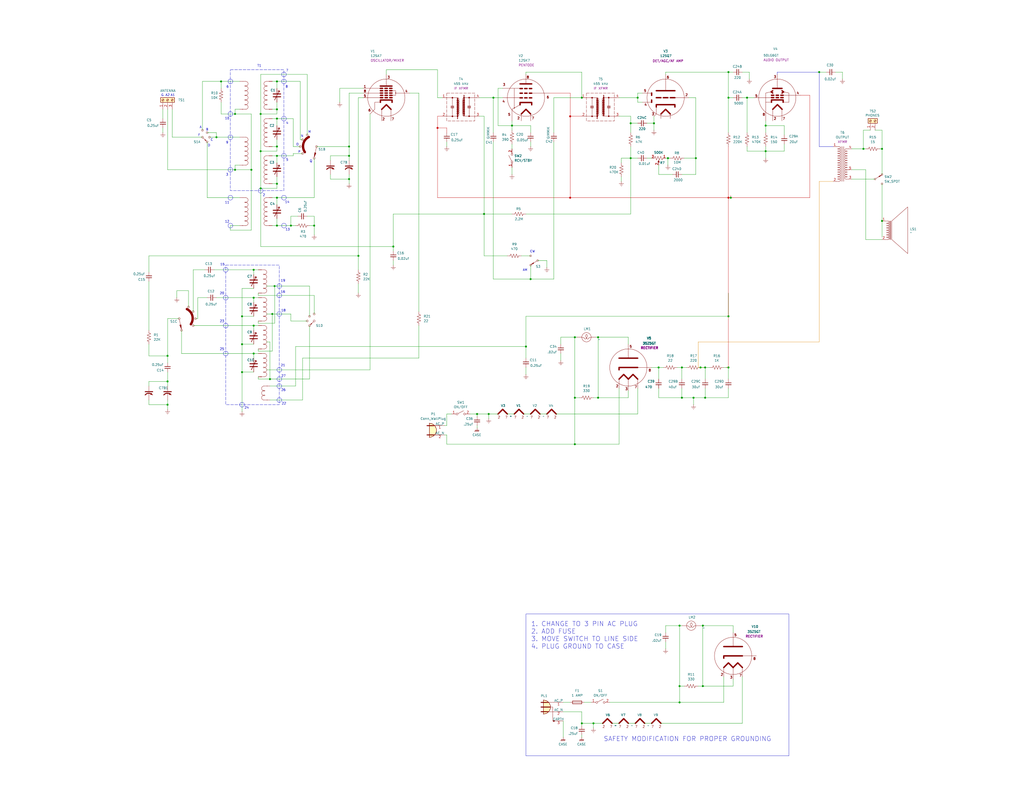
<source format=kicad_sch>
(kicad_sch (version 20231120) (generator "eeschema") (generator_version "8.0")
  (paper "C")
  (lib_symbols
    (symbol "COIL_4_TAP_1" (pin_numbers hide) (pin_names hide)
      (property "Reference" "L" (at 2.54 16.002 0))
      (property "Value" "COIL" (at 2.286 14.224 0))
      (symbol "COIL_4_TAP_1_1_1"
        (pin passive line (at -2.54 7.62 0) (length 1.778) (name "") (number "1"))
        (pin passive line (at -2.54 -5.08 0) (length 1.778) (name "") (number "2"))
      )
    )
    (symbol "COIL_4_TAP_2" (pin_numbers hide) (pin_names hide)
      (property "Reference" "L" (at 2.54 16.002 0))
      (property "Value" "COIL" (at 2.286 14.224 0))
      (symbol "COIL_4_TAP_2_1_1"
        (pin passive line (at -2.54 7.62 0) (length 1.778) (name "") (number "1"))
        (pin passive line (at -2.54 -5.08 0) (length 1.778) (name "") (number "2"))
      )
    )
    (symbol "COIL_4_TAP_3" (pin_numbers hide) (pin_names hide)
      (property "Reference" "L" (at 2.54 16.002 0))
      (property "Value" "COIL" (at 2.286 14.224 0))
      (symbol "COIL_4_TAP_3_1_1"
        (pin passive line (at -2.54 7.62 0) (length 1.778) (name "") (number "1"))
        (pin passive line (at -2.54 -5.08 0) (length 1.778) (name "") (number "2"))
      )
    )
    (symbol "COIL_5_TAP_1" (pin_numbers hide) (pin_names hide)
      (property "Reference" "L" (at 2.54 16.002 0))
      (property "Value" "COIL" (at 2.286 14.224 0))
      (symbol "COIL_5_TAP_1_1_1"
        (pin passive line (at -2.54 7.62 0) (length 1.778) (name "") (number "1"))
        (pin passive line (at -2.54 -7.62 0) (length 1.778) (name "") (number "2"))
      )
    )
    (symbol "COIL_5_TAP_2" (pin_numbers hide) (pin_names hide)
      (property "Reference" "L" (at 2.54 16.002 0))
      (property "Value" "COIL" (at 2.286 14.224 0))
      (symbol "COIL_5_TAP_2_1_1"
        (pin passive line (at -2.54 7.62 0) (length 1.778) (name "") (number "1"))
        (pin passive line (at -2.54 -7.62 0) (length 1.778) (name "") (number "2"))
      )
    )
    (symbol "COIL_5_TAP_3" (pin_numbers hide) (pin_names hide)
      (property "Reference" "L" (at 2.54 16.002 0))
      (property "Value" "COIL" (at 2.286 14.224 0))
      (symbol "COIL_5_TAP_3_1_1"
        (pin passive line (at -2.54 7.62 0) (length 1.778) (name "") (number "1"))
        (pin passive line (at -2.54 -7.62 0) (length 1.778) (name "") (number "2"))
      )
    )
    (symbol "COIL_5_TAP_4" (pin_numbers hide) (pin_names hide)
      (property "Reference" "L" (at 2.54 16.002 0))
      (property "Value" "COIL" (at 2.286 14.224 0))
      (symbol "COIL_5_TAP_4_1_1"
        (pin passive line (at -2.54 7.62 0) (length 1.778) (name "") (number "1"))
        (pin passive line (at -2.54 -7.62 0) (length 1.778) (name "") (number "2"))
      )
    )
    (symbol "COIL_5_TAP_5" (pin_numbers hide) (pin_names hide)
      (property "Reference" "L" (at 2.54 16.002 0))
      (property "Value" "COIL" (at 2.286 14.224 0))
      (symbol "COIL_5_TAP_5_1_1"
        (pin passive line (at -2.54 7.62 0) (length 1.778) (name "") (number "1"))
        (pin passive line (at -2.54 -7.62 0) (length 1.778) (name "") (number "2"))
      )
    )
    (symbol "COIL_5_TAP_6" (pin_numbers hide) (pin_names hide)
      (property "Reference" "L" (at 2.54 16.002 0))
      (property "Value" "COIL" (at 2.286 14.224 0))
      (symbol "COIL_5_TAP_6_1_1"
        (pin passive line (at -2.54 7.62 0) (length 1.778) (name "") (number "1"))
        (pin passive line (at -2.54 -7.62 0) (length 1.778) (name "") (number "2"))
      )
    )
    (symbol "Connector:Conn_WallPlug" (pin_names (offset 0))
      (property "Reference" "P" (at -1.27 4.445 0))
      (property "Value" "Conn_WallPlug" (at -5.715 0 90))
      (symbol "Conn_WallPlug_1_1"
        (pin power_out line (at 5.08 2.54 180) (length 5.08) (name "AC_P") (number "1"))
        (pin power_out line (at 5.08 -2.54 180) (length 5.08) (name "AC_N") (number "2"))
      )
    )
    (symbol "Connector:Conn_WallPlug_Earth" (pin_names (offset 0))
      (property "Reference" "P3" (at -0.3937 8.89 0))
      (property "Value" "Conn_WallPlug_Earth" (at -0.3937 6.35 0))
      (symbol "Conn_WallPlug_Earth_1_1"
        (pin power_out line (at 7.62 2.54 180) (length 5.08) (name "AC_P") (number "1"))
        (pin power_out line (at 7.62 -2.54 180) (length 5.08) (name "AC_N") (number "2"))
        (pin passive line (at 7.62 -7.62 180) (length 5.08) (name "EARTH") (number "3"))
      )
    )
    (symbol "Connector:Screw_Terminal_01x02" (pin_names (offset 1.016) hide)
      (property "Reference" "J" (at 0 2.54 0))
      (property "Value" "Screw_Terminal_01x02" (at 0 -5.08 0))
      (symbol "Screw_Terminal_01x02_1_1"
        (pin passive line (at -5.08 0 0) (length 3.81) (name "Pin_1") (number "1"))
        (pin passive line (at -5.08 -2.54 0) (length 3.81) (name "Pin_2") (number "2"))
      )
    )
    (symbol "Connector:Screw_Terminal_01x03" (pin_names (offset 1.016) hide)
      (property "Reference" "J" (at 0 5.08 0))
      (property "Value" "Screw_Terminal_01x03" (at 0 -5.08 0))
      (symbol "Screw_Terminal_01x03_1_1"
        (pin passive line (at -5.08 2.54 0) (length 3.81) (name "Pin_1") (number "1"))
        (pin passive line (at -5.08 0 0) (length 3.81) (name "Pin_2") (number "2"))
        (pin passive line (at -5.08 -2.54 0) (length 3.81) (name "Pin_3") (number "3"))
      )
    )
    (symbol "Device:C_Small" (pin_numbers hide) (pin_names (offset 0.254) hide)
      (property "Reference" "C" (at 0.254 1.778 0))
      (property "Value" "C_Small" (at 0.254 -2.032 0))
      (symbol "C_Small_1_1"
        (pin passive line (at 0 2.54 270) (length 2.032) (name "~") (number "1"))
        (pin passive line (at 0 -2.54 90) (length 2.032) (name "~") (number "2"))
      )
    )
    (symbol "Device:C_Variable" (pin_numbers hide) (pin_names (offset 0.254) hide)
      (property "Reference" "C" (at 0.635 -1.905 0))
      (property "Value" "C_Variable" (at 0.635 -3.81 0))
      (symbol "C_Variable_1_1"
        (pin passive line (at 0 3.81 270) (length 3.048) (name "~") (number "1"))
        (pin passive line (at 0 -3.81 90) (length 3.048) (name "~") (number "2"))
      )
    )
    (symbol "Device:Fuse" (pin_numbers hide) (pin_names (offset 0))
      (property "Reference" "F" (at 2.032 0 90))
      (property "Value" "Fuse" (at -1.905 0 90))
      (symbol "Fuse_1_1"
        (pin passive line (at 0 3.81 270) (length 1.27) (name "~") (number "1"))
        (pin passive line (at 0 -3.81 90) (length 1.27) (name "~") (number "2"))
      )
    )
    (symbol "Device:R_Potentiometer_US" (pin_names (offset 1.016) hide)
      (property "Reference" "RV" (at -4.445 0 90))
      (property "Value" "R_Potentiometer_US" (at -2.54 0 90))
      (symbol "R_Potentiometer_US_1_1"
        (pin passive line (at 0 3.81 270) (length 1.27) (name "1") (number "1"))
        (pin passive line (at 3.81 0 180) (length 1.27) (name "2") (number "2"))
        (pin passive line (at 0 -3.81 90) (length 1.27) (name "3") (number "3"))
      )
    )
    (symbol "Device:R_US" (pin_numbers hide) (pin_names (offset 0))
      (property "Reference" "R" (at 2.54 0 90))
      (property "Value" "R_US" (at -2.54 0 90))
      (symbol "R_US_1_1"
        (pin passive line (at 0 3.81 270) (length 1.27) (name "~") (number "1"))
        (pin passive line (at 0 -3.81 90) (length 1.27) (name "~") (number "2"))
      )
    )
    (symbol "Switch:SW_SPST" (pin_names (offset 0) hide)
      (property "Reference" "SW" (at 0 3.175 0))
      (property "Value" "SW_SPST" (at 0 -2.54 0))
      (symbol "SW_SPST_1_1"
        (pin passive line (at -5.08 0 0) (length 2.54) (name "A") (number "1"))
        (pin passive line (at 5.08 0 180) (length 2.54) (name "B") (number "2"))
      )
    )
    (symbol "Vintage_Radio_Passives:C_TRIMMER" (pin_numbers hide) (pin_names (offset 0.254) hide)
      (property "Reference" "C" (at 4.826 2.286 0))
      (property "Value" "C_TRIMMER" (at 9.398 -1.778 0))
      (symbol "C_TRIMMER_1_1"
        (pin passive line (at 0 3.81 270) (length 3.048) (name "~") (number "1"))
        (pin passive line (at 0 -3.81 90) (length 3.048) (name "~") (number "2"))
      )
    )
    (symbol "Vintage_Radio_Passives:LAMP"
      (property "Reference" "LM" (at 0 5.842 0))
      (symbol "LAMP_1_1"
        (pin passive line (at 5.08 0 180) (length 2.54) hide (name "") (number "1"))
        (pin passive line (at -5.08 0 0) (length 2.54) hide (name "") (number "2"))
      )
    )
    (symbol "Vintage_Radio_Passives:ROTARY_SW_1P4T" (pin_names (offset 0) hide)
      (property "Reference" "SW" (at -2.794 -2.286 0))
      (property "Value" "SW_SPST" (at 0.254 8.89 0))
      (symbol "ROTARY_SW_1P4T_1_1"
        (pin passive line (at 0 0 0) (length 2.54) hide (name "A") (number "1"))
        (pin passive line (at 0 3.81 0) (length 2.54) hide (name "A") (number "1"))
        (pin passive line (at 2.54 -2.54 0) (length 2.54) hide (name "A") (number "1"))
        (pin passive line (at 2.54 2.54 0) (length 2.54) hide (name "A") (number "1"))
        (pin passive line (at 3.81 0 0) (length 2.54) hide (name "A") (number "1"))
      )
    )
    (symbol "Vintage_Radio_Switches:ROTARY_SW_1P5T_X" (pin_numbers hide) (pin_names (offset 0) hide)
      (property "Reference" "SW" (at 0 10.668 0))
      (symbol "ROTARY_SW_1P5T_X_1_1"
        (pin passive line (at -2.54 0 180) (length 2.54) hide (name "A") (number "1"))
        (pin passive line (at -1.27 -3.81 180) (length 2.54) hide (name "A") (number "1"))
        (pin passive line (at -1.27 3.81 180) (length 2.54) hide (name "A") (number "1"))
        (pin passive line (at 1.27 6.35 180) (length 2.54) hide (name "A") (number "1"))
        (pin passive line (at 5.08 -6.35 180) (length 2.54) hide (name "A") (number "1"))
        (pin passive line (at 6.35 0 180) (length 2.54) hide (name "A") (number "1"))
      )
    )
    (symbol "Vintage_Radio_Switches:SW_SPDT" (pin_names (offset 0) hide)
      (property "Reference" "SW2" (at 0 8.89 0))
      (property "Value" "SW_SPDT" (at 0 6.35 0))
      (symbol "SW_SPDT_1_1"
        (pin passive line (at 2.54 2.54 180) (length 2.54) hide (name "A") (number "1"))
        (pin passive line (at -1.27 0 0) (length 2.54) hide (name "B") (number "2"))
        (pin passive line (at 2.54 -2.54 180) (length 2.54) hide (name "C") (number "3"))
      )
    )
    (symbol "Vintage_Radio_Transformers_Coils:COIL_2_TAP" (pin_numbers hide) (pin_names hide)
      (property "Reference" "L" (at 2.54 16.002 0))
      (property "Value" "COIL" (at 2.286 14.224 0))
      (symbol "COIL_2_TAP_1_1"
        (pin passive line (at -2.54 2.54 0) (length 1.778) (name "") (number "1"))
        (pin passive line (at -2.54 -5.08 0) (length 1.778) (name "") (number "2"))
      )
    )
    (symbol "Vintage_Radio_Transformers_Coils:COIL_4_TAP" (pin_numbers hide) (pin_names hide)
      (property "Reference" "L" (at 2.54 16.002 0))
      (property "Value" "COIL" (at 2.286 14.224 0))
      (symbol "COIL_4_TAP_1_1"
        (pin passive line (at -2.54 7.62 0) (length 1.778) (name "") (number "1"))
        (pin passive line (at -2.54 -5.08 0) (length 1.778) (name "") (number "2"))
      )
    )
    (symbol "Vintage_Radio_Transformers_Coils:COIL_5_TAP" (pin_numbers hide) (pin_names hide)
      (property "Reference" "L" (at 2.54 16.002 0))
      (property "Value" "COIL" (at 2.286 14.224 0))
      (symbol "COIL_5_TAP_1_1"
        (pin passive line (at -2.54 7.62 0) (length 1.778) (name "") (number "1"))
        (pin passive line (at -2.54 -7.62 0) (length 1.778) (name "") (number "2"))
      )
    )
    (symbol "Vintage_Radio_Transformers_Coils:IF_XFMR"
      (property "Reference" "T" (at 0 13.462 0))
      (property "Value" "455 kHz" (at -0.254 11.684 0))
      (property "Description" "IF XFMR" (at -0.254 9.652 0))
      (symbol "IF_XFMR_1_1"
        (pin passive line (at -10.16 5.08 0) (length 1.778) (name "") (number "1"))
        (pin passive line (at -10.16 -5.08 0) (length 1.778) (name "") (number "2"))
        (pin passive line (at 10.16 -5.08 180) (length 1.778) (name "") (number "3"))
        (pin passive line (at 10.16 5.08 180) (length 1.778) (name "") (number "4"))
      )
    )
    (symbol "Vintage_Radio_Transformers_Coils:OUTPUT TRANSFORMER"
      (property "Reference" "T" (at 0 13.462 0))
      (property "Value" "OUTPUT" (at -0.254 11.684 0))
      (property "Description" "XFMR" (at -0.254 9.652 0))
      (symbol "OUTPUT TRANSFORMER_1_1"
        (pin passive line (at -5.08 5.08 0) (length 1.778) (name "") (number "1"))
        (pin passive line (at -5.08 -13.97 0) (length 1.778) (name "") (number "2"))
        (pin passive line (at 5.08 -12.7 180) (length 1.778) (name "") (number "3"))
        (pin passive line (at 5.08 3.81 180) (length 1.778) (name "") (number "4"))
        (pin passive line (at 5.08 -7.62 180) (length 1.778) (name "") (number "5"))
      )
    )
    (symbol "Vintage_Radio_Transformers_Coils:SPEAKER"
      (property "Reference" "S" (at 0.254 12.7 0))
      (symbol "SPEAKER_1_1"
        (pin passive line (at -5.08 5.08 0) (length 1.778) (name "") (number "1"))
        (pin passive line (at -5.08 -5.08 0) (length 1.778) (name "") (number "2"))
      )
    )
    (symbol "Vintage_Radio_Vacuum_Tubes:12SA7"
      (property "Reference" "V" (at 0 22.606 0))
      (property "Value" "12SA7" (at 0 20.828 0))
      (property "Description" "OSCILLATOR/MIXER" (at 0.762 18.542 0))
      (symbol "12SA7_1_1"
        (text "1" (at -6.35 -10.16 0) (effects (font (size 1.27 1.27) (thickness 0.254) (bold yes))))
        (text "2" (at -11.43 -3.81 0) (effects (font (size 1.27 1.27) (thickness 0.254) (bold yes))))
        (text "3" (at -10.16 6.35 0) (effects (font (size 1.27 1.27) (thickness 0.254) (bold yes))))
        (text "4" (at -3.81 11.43 0) (effects (font (size 1.27 1.27) (thickness 0.254) (bold yes))))
        (text "5" (at 3.81 11.43 0) (effects (font (size 1.27 1.27) (thickness 0.254) (bold yes))))
        (text "6" (at 10.16 6.35 0) (effects (font (size 1.27 1.27) (thickness 0.254) (bold yes))))
        (text "7" (at 11.43 -3.81 0) (effects (font (size 1.27 1.27) (thickness 0.254) (bold yes))))
        (text "8" (at 6.35 -10.16 0) (effects (font (size 1.27 1.27) (thickness 0.254) (bold yes))))
        (pin bidirectional line (at -6.35 -10.16 0) (length 1.778) hide (name "G5") (number "1"))
        (pin bidirectional line (at -11.43 -3.81 0) (length 1.778) hide (name "H") (number "2"))
        (pin bidirectional line (at -10.16 6.35 0) (length 1.778) hide (name "P") (number "3"))
        (pin bidirectional line (at -3.81 11.43 0) (length 1.778) hide (name "G2") (number "4"))
        (pin bidirectional line (at 3.81 11.43 0) (length 1.778) hide (name "K") (number "5"))
        (pin bidirectional line (at 10.16 6.35 0) (length 1.778) hide (name "K") (number "6"))
        (pin bidirectional line (at 11.43 -3.81 0) (length 1.778) hide (name "H") (number "7"))
        (pin bidirectional line (at 6.35 -10.16 0) (length 1.778) hide (name "G3") (number "8"))
      )
      (symbol "12SA7_1_2"
        (text "1" (at -11.684 6.096 0) (effects (font (size 1.27 1.27) (thickness 0.254) (bold yes))))
        (text "2" (at -1.524 -11.684 0) (effects (font (size 1.27 1.27) (thickness 0.254) (bold yes))))
        (text "3" (at 1.27 11.176 0) (effects (font (size 1.27 1.27) (thickness 0.254) (bold yes))))
        (text "4" (at 10.922 3.556 0) (effects (font (size 1.27 1.27) (thickness 0.254) (bold yes))))
        (text "5" (at -11.684 1.016 0) (effects (font (size 1.27 1.27) (thickness 0.254) (bold yes))))
        (text "6" (at -9.144 -6.858 0) (effects (font (size 1.27 1.27) (thickness 0.254) (bold yes))))
        (text "7" (at 3.556 -11.684 0) (effects (font (size 1.27 1.27) (thickness 0.254) (bold yes))))
        (text "8" (at -11.684 3.556 0) (effects (font (size 1.27 1.27) (thickness 0.254) (bold yes))))
        (pin bidirectional line (at -12.7 5.08 0) (length 1.778) hide (name "G5") (number "1"))
        (pin bidirectional line (at -2.54 -12.7 0) (length 1.778) hide (name "H") (number "2"))
        (pin bidirectional line (at 0 12.7 0) (length 1.778) hide (name "P") (number "3"))
        (pin bidirectional line (at 12.7 2.54 0) (length 1.778) hide (name "G2") (number "4"))
        (pin bidirectional line (at -12.7 0 0) (length 1.778) hide (name "G1") (number "5"))
        (pin bidirectional line (at -8.89 -8.89 0) (length 1.778) hide (name "K") (number "6"))
        (pin bidirectional line (at 2.54 -12.7 0) (length 1.778) hide (name "H") (number "7"))
        (pin bidirectional line (at -12.7 2.54 0) (length 1.778) hide (name "G3") (number "8"))
      )
    )
    (symbol "Vintage_Radio_Vacuum_Tubes:12SG7" (pin_numbers hide) (pin_names hide)
      (property "Reference" "V" (at 0 20.574 0))
      (property "Value" "12SG7" (at 0 18.542 0))
      (property "Description" "PENTODE" (at 0.254 16.256 0))
      (symbol "12SG7_1_1"
        (text "1" (at -6.35 -10.16 0) (effects (font (size 1.27 1.27) (thickness 0.254) (bold yes))))
        (text "2" (at -11.43 -3.81 0) (effects (font (size 1.27 1.27) (thickness 0.254) (bold yes))))
        (text "3" (at -10.16 6.35 0) (effects (font (size 1.27 1.27) (thickness 0.254) (bold yes))))
        (text "4" (at -3.81 11.43 0) (effects (font (size 1.27 1.27) (thickness 0.254) (bold yes))))
        (text "5" (at 3.81 11.43 0) (effects (font (size 1.27 1.27) (thickness 0.254) (bold yes))))
        (text "6" (at 10.16 6.35 0) (effects (font (size 1.27 1.27) (thickness 0.254) (bold yes))))
        (text "7" (at 11.43 -3.81 0) (effects (font (size 1.27 1.27) (thickness 0.254) (bold yes))))
        (text "8" (at 6.35 -10.16 0) (effects (font (size 1.27 1.27) (thickness 0.254) (bold yes))))
        (pin bidirectional line (at -11.43 -3.81 0) (length 1.778) hide (name "H") (number "2"))
        (pin bidirectional line (at -10.16 6.35 0) (length 1.778) hide (name "C,G3") (number "3"))
        (pin bidirectional line (at -3.81 11.43 0) (length 1.778) hide (name "G1") (number "4"))
        (pin bidirectional line (at 3.81 11.43 0) (length 1.778) hide (name "C") (number "5"))
        (pin bidirectional line (at 10.16 6.35 0) (length 1.778) hide (name "G2") (number "6"))
        (pin bidirectional line (at 11.43 -3.81 0) (length 1.778) hide (name "H") (number "7"))
        (pin bidirectional line (at 6.35 -10.16 0) (length 1.778) hide (name "P") (number "8"))
      )
      (symbol "12SG7_1_2"
        (text "2" (at -4.064 -11.176 0) (effects (font (size 1.27 1.27) (thickness 0.254) (bold yes))))
        (text "3" (at -11.938 7.112 0) (effects (font (size 1.27 1.27) (thickness 0.254) (bold yes))))
        (text "4" (at -12.192 -2.032 0) (effects (font (size 1.27 1.27) (thickness 0.254) (bold yes))))
        (text "5" (at -9.144 -9.144 0) (effects (font (size 1.27 1.27) (thickness 0.254) (bold yes))))
        (text "6" (at 11.938 0.254 0) (effects (font (size 1.27 1.27) (thickness 0.254) (bold yes))))
        (text "7" (at 3.81 -11.176 0) (effects (font (size 1.27 1.27) (thickness 0.254) (bold yes))))
        (text "8" (at 1.016 11.176 0) (effects (font (size 1.27 1.27) (thickness 0.254) (bold yes))))
        (pin bidirectional line (at -2.54 -12.7 0) (length 1.778) hide (name "H") (number "2"))
        (pin bidirectional line (at -12.7 5.08 0) (length 1.778) hide (name "C,G3") (number "3"))
        (pin bidirectional line (at -12.7 0 0) (length 1.778) hide (name "G1") (number "4"))
        (pin bidirectional line (at -7.62 -12.7 0) (length 1.778) hide (name "C") (number "5"))
        (pin bidirectional line (at 12.7 2.54 0) (length 1.778) hide (name "G2") (number "6"))
        (pin bidirectional line (at 2.54 -12.7 0) (length 1.778) hide (name "H") (number "7"))
        (pin bidirectional line (at 0 12.7 0) (length 1.778) hide (name "P") (number "8"))
      )
    )
    (symbol "Vintage_Radio_Vacuum_Tubes:12SQ7"
      (property "Reference" "V" (at -1.016 23.876 0))
      (property "Value" "12SQ7" (at 0 21.082 0))
      (property "Description" "DET/AGC/AF AMP" (at 0.254 18.796 0))
      (symbol "12SQ7_1_1"
        (text "1" (at -6.35 -10.16 0) (effects (font (size 1.27 1.27) (thickness 0.254) (bold yes))))
        (text "2" (at -11.43 -3.81 0) (effects (font (size 1.27 1.27) (thickness 0.254) (bold yes))))
        (text "3" (at -10.16 6.35 0) (effects (font (size 1.27 1.27) (thickness 0.254) (bold yes))))
        (text "4" (at -3.81 11.43 0) (effects (font (size 1.27 1.27) (thickness 0.254) (bold yes))))
        (text "5" (at 3.81 11.43 0) (effects (font (size 1.27 1.27) (thickness 0.254) (bold yes))))
        (text "6" (at 10.16 6.35 0) (effects (font (size 1.27 1.27) (thickness 0.254) (bold yes))))
        (text "7" (at 11.43 -3.81 0) (effects (font (size 1.27 1.27) (thickness 0.254) (bold yes))))
        (text "8" (at 6.35 -10.16 0) (effects (font (size 1.27 1.27) (thickness 0.254) (bold yes))))
        (pin bidirectional line (at -11.43 -3.81 0) (length 1.778) hide (name "") (number "2"))
        (pin bidirectional line (at -10.16 6.35 0) (length 1.778) hide (name "") (number "3"))
        (pin bidirectional line (at -3.81 11.43 0) (length 1.778) hide (name "") (number "4"))
        (pin bidirectional line (at 3.81 11.43 0) (length 1.778) hide (name "") (number "5"))
        (pin bidirectional line (at 10.16 6.35 0) (length 1.778) hide (name "") (number "6"))
        (pin bidirectional line (at 11.43 -3.81 0) (length 1.778) hide (name "") (number "7"))
        (pin bidirectional line (at 6.35 -10.16 0) (length 1.778) hide (name "") (number "8"))
      )
      (symbol "12SQ7_1_2"
        (text "2" (at 11.43 1.524 0) (effects (font (size 1.27 1.27) (thickness 0.254) (bold yes))))
        (text "3" (at -6.858 -8.89 0) (effects (font (size 1.27 1.27) (thickness 0.254) (bold yes))))
        (text "4\n" (at -10.922 -3.81 0) (effects (font (size 1.27 1.27) (thickness 0.254) (bold yes))))
        (text "5" (at -11.176 3.81 0) (effects (font (size 1.27 1.27) (thickness 0.254) (bold yes))))
        (text "6" (at 1.27 11.176 0) (effects (font (size 1.27 1.27) (thickness 0.254) (bold yes))))
        (pin bidirectional line (at 12.7 0 0) (length 1.778) hide (name "") (number "2"))
        (pin bidirectional line (at -6.35 -10.16 0) (length 1.778) hide (name "") (number "3"))
        (pin bidirectional line (at -12.7 -2.54 0) (length 1.778) hide (name "") (number "4"))
        (pin bidirectional line (at -12.7 2.54 0) (length 1.778) hide (name "") (number "5"))
        (pin bidirectional line (at 0 12.7 0) (length 1.778) hide (name "") (number "6"))
        (pin bidirectional line (at 2.54 -11.43 0) (length 1.778) hide (name "") (number "7"))
        (pin bidirectional line (at -2.54 -11.43 0) (length 1.778) hide (name "") (number "8"))
      )
    )
    (symbol "Vintage_Radio_Vacuum_Tubes:35Z5GT" (pin_names (offset 1.016))
      (property "Reference" "V" (at -1.27 22.098 0))
      (property "Value" "35Z5GT" (at 0 19.812 0))
      (property "Description" "RECTIFIER" (at -0.254 17.78 0))
      (symbol "35Z5GT_1_1"
        (text "1" (at -6.35 -10.16 0) (effects (font (size 1.27 1.27) (thickness 0.254) (bold yes))))
        (text "2" (at -11.43 -3.81 0) (effects (font (size 1.27 1.27) (thickness 0.254) (bold yes))))
        (text "3" (at -10.16 6.35 0) (effects (font (size 1.27 1.27) (thickness 0.254) (bold yes))))
        (text "4" (at -3.81 11.43 0) (effects (font (size 1.27 1.27) (thickness 0.254) (bold yes))))
        (text "5" (at 3.81 11.43 0) (effects (font (size 1.27 1.27) (thickness 0.254) (bold yes))))
        (text "6" (at 10.16 6.35 0) (effects (font (size 1.27 1.27) (thickness 0.254) (bold yes))))
        (text "7" (at 11.43 -3.81 0) (effects (font (size 1.27 1.27) (thickness 0.254) (bold yes))))
        (text "8" (at 6.35 -10.16 0) (effects (font (size 1.27 1.27) (thickness 0.254) (bold yes))))
        (pin bidirectional line (at -11.43 -3.81 0) (length 1.778) hide (name "H") (number "2"))
        (pin bidirectional line (at -10.16 6.35 0) (length 1.778) hide (name "H_TAP") (number "3"))
        (pin bidirectional line (at 3.81 11.43 0) (length 1.778) hide (name "P") (number "5"))
        (pin bidirectional line (at 11.43 -3.81 0) (length 1.778) hide (name "H") (number "7"))
        (pin bidirectional line (at 6.35 -10.16 0) (length 1.778) hide (name "C") (number "8"))
      )
      (symbol "35Z5GT_1_2"
        (text "2" (at -6.096 -10.16 0) (effects (font (size 1.27 1.27) (thickness 0.254) (bold yes))))
        (text "3" (at -1.016 -11.684 0) (effects (font (size 1.27 1.27) (thickness 0.254) (bold yes))))
        (text "5" (at 1.27 11.43 0) (effects (font (size 1.27 1.27) (thickness 0.254) (bold yes))))
        (text "7" (at 4.064 -10.668 0) (effects (font (size 1.27 1.27) (thickness 0.254) (bold yes))))
        (text "8" (at 11.684 -1.524 0) (effects (font (size 1.27 1.27) (thickness 0.254) (bold yes))))
        (pin bidirectional line (at -5.08 -11.43 0) (length 1.778) hide (name "") (number "2"))
        (pin bidirectional line (at 0 -12.7 0) (length 1.778) hide (name "") (number "3"))
        (pin bidirectional line (at 0 12.7 0) (length 1.778) hide (name "") (number "5"))
        (pin bidirectional line (at 5.08 -11.43 0) (length 1.778) hide (name "") (number "7"))
        (pin bidirectional line (at 12.7 0 0) (length 1.778) hide (name "") (number "8"))
      )
    )
    (symbol "Vintage_Radio_Vacuum_Tubes:50L6GT"
      (property "Reference" "V" (at 0 21.082 0))
      (property "Value" "50LG6GT" (at 0 18.796 0))
      (property "Description" "AUDIO OUTPUT" (at 0.254 16.51 0))
      (symbol "50L6GT_1_1"
        (text "1" (at -6.35 -10.16 0) (effects (font (size 1.27 1.27) (thickness 0.254) (bold yes))))
        (text "2" (at -11.43 -3.81 0) (effects (font (size 1.27 1.27) (thickness 0.254) (bold yes))))
        (text "3" (at -10.16 6.35 0) (effects (font (size 1.27 1.27) (thickness 0.254) (bold yes))))
        (text "4" (at -3.81 11.43 0) (effects (font (size 1.27 1.27) (thickness 0.254) (bold yes))))
        (text "5" (at 3.81 11.43 0) (effects (font (size 1.27 1.27) (thickness 0.254) (bold yes))))
        (text "6" (at 10.16 6.35 0) (effects (font (size 1.27 1.27) (thickness 0.254) (bold yes))))
        (text "7" (at 11.43 -3.81 0) (effects (font (size 1.27 1.27) (thickness 0.254) (bold yes))))
        (text "8" (at 6.35 -10.16 0) (effects (font (size 1.27 1.27) (thickness 0.254) (bold yes))))
        (pin bidirectional line (at -11.43 -3.81 0) (length 1.778) hide (name "") (number "2"))
        (pin bidirectional line (at -10.16 6.35 0) (length 1.778) hide (name "") (number "3"))
        (pin bidirectional line (at -3.81 11.43 0) (length 1.778) hide (name "") (number "4"))
        (pin bidirectional line (at 3.81 11.43 0) (length 1.778) hide (name "") (number "5"))
        (pin bidirectional line (at 11.43 -3.81 0) (length 1.778) hide (name "") (number "7"))
        (pin bidirectional line (at 6.35 -10.16 0) (length 1.778) hide (name "") (number "8"))
      )
      (symbol "50L6GT_1_2"
        (text "2" (at -1.27 -11.43 0) (effects (font (size 1.27 1.27) (thickness 0.254) (bold yes))))
        (text "3" (at -1.27 11.43 0) (effects (font (size 1.27 1.27) (thickness 0.254) (bold yes))))
        (text "4" (at 11.176 2.54 0) (effects (font (size 1.27 1.27) (thickness 0.254) (bold yes))))
        (text "5" (at -11.43 1.016 0) (effects (font (size 1.27 1.27) (thickness 0.254) (bold yes))))
        (text "7" (at 3.556 -11.43 0) (effects (font (size 1.27 1.27) (thickness 0.254) (bold yes))))
        (text "8" (at -7.366 -9.144 0) (effects (font (size 1.27 1.27) (thickness 0.254) (bold yes))))
        (pin bidirectional line (at -2.54 -12.7 0) (length 1.778) hide (name "") (number "2"))
        (pin bidirectional line (at 0 12.7 0) (length 1.778) hide (name "") (number "3"))
        (pin bidirectional line (at 12.7 1.27 0) (length 1.778) hide (name "") (number "4"))
        (pin bidirectional line (at -12.7 0 0) (length 1.778) hide (name "") (number "5"))
        (pin bidirectional line (at 2.54 -12.7 0) (length 1.778) hide (name "") (number "7"))
        (pin bidirectional line (at -6.35 -12.7 0) (length 1.778) hide (name "") (number "8"))
      )
    )
    (symbol "Vintage_Radio_Vacuum_Tubes:HEATER"
      (property "Reference" "V" (at 0.254 -3.81 0))
      (symbol "HEATER_1_1"
        (text "2" (at -2.032 -1.778 0) (effects (font (size 1.27 1.27))))
        (text "7" (at 2.032 -1.778 0) (effects (font (size 1.27 1.27))))
        (pin bidirectional line (at 2.54 0 0) (length 1.778) hide (name "") (number "7"))
        (pin bidirectional line (at -2.54 0 0) (length 1.778) hide (name "") (number "8"))
      )
    )
    (symbol "power:GNDPWR" (power) (pin_numbers hide) (pin_names (offset 0) hide)
      (property "Value" "GNDPWR" (at 0 -3.302 0))
      (symbol "GNDPWR_1_1"
        (pin power_in line (at 0 0 270) (length 0) (name "~") (number "1"))
      )
    )
    (symbol "power:GNDREF" (power) (pin_numbers hide) (pin_names (offset 0) hide)
      (property "Value" "GNDREF" (at 0 -3.81 0))
      (symbol "GNDREF_1_1"
        (pin power_in line (at 0 0 270) (length 0) (name "~") (number "1"))
      )
    )
  )
  (junction (at 370.84 341.63))
  (junction (at 397.51 39.37))
  (junction (at 147.32 207.01))
  (junction (at 364.49 86.36))
  (junction (at 238.76 69.85) (color 194 0 0 1))
  (junction (at 471.17 81.28))
  (junction (at 344.17 86.36))
  (junction (at 138.43 193.04))
  (junction (at 137.16 92.71))
  (junction (at 397.51 200.66))
  (junction (at 138.43 177.8))
  (junction (at 323.85 394.97))
  (junction (at 417.83 68.58))
  (junction (at 481.33 120.65))
  (junction (at 326.39 217.17))
  (junction (at 120.65 44.45))
  (junction (at 128.27 92.71))
  (junction (at 151.13 107.95))
  (junction (at 138.43 147.32))
  (junction (at 132.08 203.2))
  (junction (at 138.43 162.56))
  (junction (at 383.54 341.63))
  (junction (at 447.04 39.37))
  (junction (at 91.44 194.31))
  (junction (at 317.5 53.34))
  (junction (at 347.98 53.34))
  (junction (at 158.75 123.19))
  (junction (at 132.08 172.72))
  (junction (at 317.5 394.97))
  (junction (at 356.87 67.31))
  (junction (at 382.27 200.66))
  (junction (at 151.13 44.45))
  (junction (at 287.02 189.23))
  (junction (at 313.69 242.57))
  (junction (at 260.35 226.06))
  (junction (at 264.16 116.84))
  (junction (at 370.84 383.54))
  (junction (at 397.51 107.95) (color 194 0 0 1))
  (junction (at 359.41 200.66))
  (junction (at 372.11 200.66))
  (junction (at 91.44 220.98))
  (junction (at 417.83 82.55))
  (junction (at 190.5 85.09))
  (junction (at 383.54 374.65))
  (junction (at 311.15 63.5) (color 194 0 0 1))
  (junction (at 313.69 184.15))
  (junction (at 171.45 123.19))
  (junction (at 384.81 217.17))
  (junction (at 397.51 172.72))
  (junction (at 151.13 64.77))
  (junction (at 91.44 208.28))
  (junction (at 289.56 152.4))
  (junction (at 142.24 82.55))
  (junction (at 378.46 217.17))
  (junction (at 190.5 97.79))
  (junction (at 384.81 200.66))
  (junction (at 379.73 86.36))
  (junction (at 128.27 62.23))
  (junction (at 269.24 53.34))
  (junction (at 118.11 74.93))
  (junction (at 151.13 80.01))
  (junction (at 344.17 67.31))
  (junction (at 313.69 217.17))
  (junction (at 266.7 226.06))
  (junction (at 151.13 100.33))
  (junction (at 370.84 374.65))
  (junction (at 149.86 156.21))
  (junction (at 142.24 62.23))
  (junction (at 142.24 102.87))
  (junction (at 279.4 68.58))
  (junction (at 214.63 134.62))
  (junction (at 195.58 139.7))
  (junction (at 190.5 80.01))
  (junction (at 311.15 107.95) (color 194 0 0 1))
  (junction (at 407.67 53.34))
  (junction (at 372.11 217.17))
  (junction (at 132.08 187.96))
  (junction (at 397.51 53.34))
  (junction (at 151.13 123.19))
  (junction (at 481.33 81.28))
  (junction (at 151.13 85.09))
  (junction (at 151.13 59.69))
  (junction (at 398.78 107.95))
  (junction (at 148.59 171.45))
  (junction (at 326.39 184.15))
  (wire (pts (xy 105.41 147.32) (xy 105.41 170.18)))
  (wire (pts (xy 289.56 72.39) (xy 289.56 68.58)))
  (wire (pts (xy 303.53 226.06) (xy 347.98 226.06)))
  (wire (pts (xy 276.86 139.7) (xy 264.16 139.7)))
  (wire (pts (xy 91.44 59.69) (xy 91.44 92.71)))
  (wire (pts (xy 407.67 53.34) (xy 407.67 72.39)))
  (wire (pts (xy 185.42 48.26) (xy 185.42 55.88)))
  (wire (pts (xy 400.05 345.44) (xy 400.05 341.63)))
  (wire (pts (xy 381 374.65) (xy 383.54 374.65)))
  (wire (pts (xy 106.68 173.99) (xy 107.95 173.99)))
  (wire (pts (xy 266.7 226.06) (xy 260.35 226.06)))
  (wire (pts (xy 137.16 92.71) (xy 128.27 92.71)))
  (wire (pts (xy 287.02 172.72) (xy 397.51 172.72)))
  (wire (pts (xy 151.13 85.09) (xy 160.02 85.09)))
  (wire (pts (xy 364.49 86.36) (xy 364.49 90.17)))
  (wire (pts (xy 427.99 73.66) (xy 427.99 68.58)))
  (wire (pts (xy 243.84 237.49) (xy 242.57 237.49)))
  (wire (pts (xy 107.95 162.56) (xy 113.03 162.56)))
  (wire (pts (xy 140.97 176.53) (xy 149.86 176.53)))
  (wire (pts (xy 168.91 207.01) (xy 147.32 207.01)))
  (wire (pts (xy 397.51 107.95) (xy 397.51 172.72)) (stroke (width 0) (color 194 0 0 1)))
  (wire (pts (xy 339.09 99.06) (xy 339.09 96.52)))
  (wire (pts (xy 140.97 162.56) (xy 138.43 162.56)))
  (wire (pts (xy 334.01 394.97) (xy 337.82 394.97)))
  (wire (pts (xy 370.84 383.54) (xy 394.97 383.54)))
  (wire (pts (xy 132.08 203.2) (xy 138.43 203.2)))
  (wire (pts (xy 140.97 190.5) (xy 140.97 191.77)))
  (wire (pts (xy 347.98 53.34) (xy 347.98 55.88)))
  (wire (pts (xy 356.87 67.31) (xy 356.87 63.5)))
  (wire (pts (xy 145.5516 156.21) (xy 145.5516 156.2154)))
  (wire (pts (xy 132.08 157.48) (xy 132.08 172.72)))
  (wire (pts (xy 243.84 242.57) (xy 243.84 237.49)))
  (wire (pts (xy 120.65 55.88) (xy 120.65 62.23)))
  (wire (pts (xy 140.97 161.29) (xy 171.45 161.29)))
  (wire (pts (xy 151.13 80.01) (xy 151.13 82.55)))
  (wire (pts (xy 142.24 102.87) (xy 151.13 102.87)))
  (wire (pts (xy 397.51 53.34) (xy 400.05 53.34)))
  (wire (pts (xy 214.63 116.84) (xy 214.63 134.62)))
  (wire (pts (xy 140.97 175.26) (xy 140.97 176.53)))
  (wire (pts (xy 289.56 68.58) (xy 279.4 68.58)))
  (wire (pts (xy 158.75 123.19) (xy 158.75 118.11)))
  (wire (pts (xy 481.33 120.65) (xy 481.33 100.33)))
  (wire (pts (xy 168.91 177.8) (xy 168.91 207.01)))
  (wire (pts (xy 359.41 200.66) (xy 361.95 200.66)))
  (wire (pts (xy 397.51 200.66) (xy 396.24 200.66)) (stroke (width 0) (color 194 0 0 1)))
  (wire (pts (xy 113.03 107.95) (xy 130.81 107.95)))
  (wire (pts (xy 81.28 220.98) (xy 91.44 220.98)))
  (wire (pts (xy 405.13 53.34) (xy 407.67 53.34)))
  (wire (pts (xy 381 200.66) (xy 382.27 200.66)) (stroke (width 0) (color 221 133 0 1)))
  (wire (pts (xy 298.45 146.05) (xy 298.45 142.24)))
  (wire (pts (xy 397.51 217.17) (xy 384.81 217.17)))
  (wire (pts (xy 384.81 200.66) (xy 384.81 207.01)))
  (wire (pts (xy 148.59 85.09) (xy 151.13 85.09)))
  (wire (pts (xy 323.85 397.51) (xy 323.85 394.97)))
  (wire (pts (xy 397.51 72.39) (xy 397.51 53.34)))
  (wire (pts (xy 243.84 242.57) (xy 313.69 242.57)))
  (wire (pts (xy 323.85 394.97) (xy 328.93 394.97)))
  (wire (pts (xy 279.4 71.12) (xy 279.4 68.58)))
  (wire (pts (xy 294.64 226.06) (xy 298.45 226.06)))
  (wire (pts (xy 210.82 40.64) (xy 210.82 38.1)))
  (wire (pts (xy 142.24 62.23) (xy 142.24 82.55)))
  (wire (pts (xy 198.12 53.34) (xy 195.58 53.34)))
  (wire (pts (xy 307.34 388.62) (xy 317.5 388.62)))
  (wire (pts (xy 369.57 200.66) (xy 372.11 200.66)))
  (wire (pts (xy 405.13 369.57) (xy 405.13 394.97)))
  (wire (pts (xy 140.97 177.8) (xy 138.43 177.8)))
  (wire (pts (xy 160.02 80.01) (xy 163.83 80.01)))
  (wire (pts (xy 299.72 50.8) (xy 311.15 50.8)) (stroke (width 0) (color 194 0 0 1)))
  (wire (pts (xy 344.17 63.5) (xy 344.17 67.31)))
  (wire (pts (xy 138.43 193.04) (xy 138.43 195.58)))
  (wire (pts (xy 379.73 86.36) (xy 379.73 53.34)))
  (wire (pts (xy 302.26 152.4) (xy 289.56 152.4)))
  (wire (pts (xy 148.59 123.19) (xy 151.13 123.19)))
  (wire (pts (xy 287.02 200.66) (xy 287.02 204.47)))
  (wire (pts (xy 405.13 39.37) (xy 408.94 39.37)))
  (wire (pts (xy 260.35 226.06) (xy 260.35 227.33)))
  (wire (pts (xy 447.04 39.37) (xy 450.85 39.37)))
  (wire (pts (xy 417.83 80.01) (xy 417.83 82.55)))
  (wire (pts (xy 269.24 53.34) (xy 274.32 53.34)))
  (wire (pts (xy 147.32 210.82) (xy 161.29 210.82)))
  (wire (pts (xy 472.44 92.71) (xy 472.44 130.81)))
  (wire (pts (xy 398.78 107.95) (xy 441.96 107.95)) (stroke (width 0) (color 194 0 0 1)))
  (wire (pts (xy 316.23 217.17) (xy 313.69 217.17)))
  (wire (pts (xy 287.02 172.72) (xy 287.02 189.23)))
  (wire (pts (xy 424.18 39.37) (xy 424.18 40.64)) (stroke (width 0) (color 0 0 194 1)))
  (wire (pts (xy 180.34 97.79) (xy 190.5 97.79)))
  (wire (pts (xy 370.84 341.63) (xy 372.11 341.63)))
  (wire (pts (xy 359.41 212.09) (xy 359.41 217.17)))
  (wire (pts (xy 302.26 77.47) (xy 302.26 152.4)))
  (wire (pts (xy 145.5516 156.21) (xy 149.86 156.21)))
  (wire (pts (xy 306.07 187.96) (xy 306.07 184.15)))
  (wire (pts (xy 201.93 62.23) (xy 201.93 201.93)))
  (wire (pts (xy 379.73 95.25) (xy 379.73 86.36)))
  (wire (pts (xy 198.12 48.26) (xy 185.42 48.26)))
  (wire (pts (xy 287.02 189.23) (xy 287.02 195.58)))
  (wire (pts (xy 91.44 92.71) (xy 128.27 92.71)))
  (wire (pts (xy 441.96 52.07) (xy 441.96 107.95)) (stroke (width 0) (color 194 0 0 1)))
  (wire (pts (xy 113.03 72.39) (xy 118.11 72.39)))
  (wire (pts (xy 447.04 80.01) (xy 447.04 39.37)) (stroke (width 0) (color 0 0 194 1)))
  (wire (pts (xy 351.79 394.97) (xy 355.6 394.97)))
  (wire (pts (xy 167.64 73.66) (xy 167.64 40.64)))
  (wire (pts (xy 266.7 226.06) (xy 271.78 226.06)))
  (wire (pts (xy 279.4 68.58) (xy 279.4 66.04)))
  (wire (pts (xy 148.59 64.77) (xy 151.13 64.77)))
  (wire (pts (xy 190.5 50.8) (xy 190.5 80.01)))
  (wire (pts (xy 359.41 90.17) (xy 359.41 95.25)))
  (wire (pts (xy 372.11 200.66) (xy 374.65 200.66)))
  (wire (pts (xy 111.76 147.32) (xy 105.41 147.32)))
  (wire (pts (xy 158.75 175.26) (xy 158.75 171.45)))
  (wire (pts (xy 279.4 81.28) (xy 279.4 78.74)))
  (wire (pts (xy 81.28 194.31) (xy 81.28 187.96)))
  (wire (pts (xy 228.6 195.58) (xy 165.1 195.58)))
  (wire (pts (xy 238.76 63.5) (xy 238.76 69.85)) (stroke (width 0) (color 194 0 0 1)))
  (wire (pts (xy 472.44 130.81) (xy 481.33 130.81)))
  (wire (pts (xy 447.04 39.37) (xy 424.18 39.37)) (stroke (width 0) (color 0 0 194 1)))
  (wire (pts (xy 102.87 158.75) (xy 102.87 167.64)))
  (wire (pts (xy 347.98 53.34) (xy 347.98 50.8)))
  (wire (pts (xy 128.27 62.23) (xy 137.16 62.23)))
  (wire (pts (xy 140.97 147.32) (xy 138.43 147.32)))
  (wire (pts (xy 264.16 139.7) (xy 264.16 116.84)))
  (wire (pts (xy 151.13 123.19) (xy 151.13 119.38)))
  (wire (pts (xy 337.82 53.34) (xy 347.98 53.34)))
  (wire (pts (xy 472.44 92.71) (xy 464.82 92.71)))
  (wire (pts (xy 363.22 345.44) (xy 363.22 341.63)))
  (wire (pts (xy 364.49 86.36) (xy 363.22 86.36)))
  (wire (pts (xy 137.16 62.23) (xy 137.16 92.71)))
  (wire (pts (xy 480.06 81.28) (xy 481.33 81.28)))
  (wire (pts (xy 228.6 50.8) (xy 223.52 50.8)))
  (wire (pts (xy 373.38 374.65) (xy 370.84 374.65)))
  (wire (pts (xy 93.98 74.93) (xy 110.49 74.93)))
  (wire (pts (xy 190.5 100.33) (xy 190.5 97.79)))
  (wire (pts (xy 397.51 212.09) (xy 397.51 217.17)))
  (wire (pts (xy 99.06 180.34) (xy 99.06 193.04)))
  (wire (pts (xy 243.84 69.85) (xy 243.84 72.39)) (stroke (width 0) (color 194 0 0 1)))
  (wire (pts (xy 459.74 39.37) (xy 455.93 39.37)))
  (wire (pts (xy 88.9 72.39) (xy 88.9 69.85)))
  (wire (pts (xy 370.84 341.63) (xy 370.84 374.65)))
  (wire (pts (xy 190.5 97.79) (xy 190.5 95.25)))
  (wire (pts (xy 317.5 39.37) (xy 287.02 39.37)))
  (wire (pts (xy 317.5 53.34) (xy 302.26 53.34)))
  (wire (pts (xy 397.51 172.72) (xy 397.51 200.66)) (stroke (width 0) (color 194 0 0 1)))
  (wire (pts (xy 384.81 217.17) (xy 378.46 217.17)))
  (wire (pts (xy 339.09 86.36) (xy 344.17 86.36)))
  (wire (pts (xy 114.3 74.93) (xy 118.11 74.93)))
  (wire (pts (xy 407.67 82.55) (xy 417.83 82.55)))
  (wire (pts (xy 381 186.69) (xy 381 200.66)) (stroke (width 0) (color 221 133 0 1)))
  (wire (pts (xy 190.5 50.8) (xy 198.12 50.8)))
  (wire (pts (xy 342.9 187.96) (xy 342.9 184.15)))
  (wire (pts (xy 441.96 52.07) (xy 436.88 52.07)) (stroke (width 0) (color 194 0 0 1)))
  (wire (pts (xy 264.16 116.84) (xy 279.4 116.84)))
  (wire (pts (xy 372.11 217.17) (xy 378.46 217.17)))
  (wire (pts (xy 382.27 200.66) (xy 384.81 200.66)))
  (wire (pts (xy 118.11 162.56) (xy 138.43 162.56)))
  (wire (pts (xy 165.1 195.58) (xy 165.1 218.44)))
  (wire (pts (xy 477.52 71.12) (xy 481.33 71.12)))
  (wire (pts (xy 318.77 383.54) (xy 322.58 383.54)))
  (wire (pts (xy 138.43 172.72) (xy 132.08 172.72)))
  (wire (pts (xy 271.78 48.26) (xy 274.32 48.26)))
  (wire (pts (xy 269.24 152.4) (xy 269.24 77.47)))
  (wire (pts (xy 96.52 162.56) (xy 96.52 158.75)))
  (wire (pts (xy 140.97 205.74) (xy 140.97 207.01)))
  (wire (pts (xy 326.39 184.15) (xy 326.39 217.17)))
  (wire (pts (xy 382.27 200.66) (xy 384.81 200.66)) (stroke (width 0) (color 221 133 0 1)))
  (wire (pts (xy 261.62 53.34) (xy 269.24 53.34)))
  (wire (pts (xy 110.49 44.45) (xy 120.65 44.45)))
  (wire (pts (xy 180.34 95.25) (xy 180.34 97.79)))
  (wire (pts (xy 372.11 200.66) (xy 372.11 207.01)))
  (wire (pts (xy 140.97 160.02) (xy 140.97 161.29)))
  (wire (pts (xy 337.82 63.5) (xy 344.17 63.5)))
  (wire (pts (xy 344.17 86.36) (xy 347.98 86.36)))
  (wire (pts (xy 91.44 203.2) (xy 91.44 208.28)))
  (wire (pts (xy 394.97 200.66) (xy 397.51 200.66)))
  (wire (pts (xy 276.86 226.06) (xy 280.67 226.06)))
  (wire (pts (xy 91.44 194.31) (xy 91.44 198.12)))
  (wire (pts (xy 125.73 125.73) (xy 137.16 125.73)))
  (wire (pts (xy 264.16 116.84) (xy 264.16 63.5)))
  (wire (pts (xy 81.28 210.82) (xy 81.28 208.28)))
  (wire (pts (xy 151.13 107.95) (xy 171.45 107.95)))
  (wire (pts (xy 88.9 64.77) (xy 88.9 59.69)))
  (wire (pts (xy 140.97 191.77) (xy 148.59 191.77)))
  (wire (pts (xy 160.02 83.82) (xy 165.1 83.82)))
  (wire (pts (xy 81.28 139.7) (xy 195.58 139.7)))
  (wire (pts (xy 332.74 383.54) (xy 370.84 383.54)))
  (wire (pts (xy 481.33 71.12) (xy 481.33 81.28)))
  (wire (pts (xy 427.99 82.55) (xy 417.83 82.55)))
  (wire (pts (xy 142.24 40.64) (xy 167.64 40.64)))
  (wire (pts (xy 168.91 123.19) (xy 171.45 123.19)))
  (wire (pts (xy 91.44 208.28) (xy 91.44 210.82)))
  (wire (pts (xy 379.73 53.34) (xy 375.92 53.34)))
  (wire (pts (xy 151.13 62.23) (xy 142.24 62.23)))
  (wire (pts (xy 408.94 39.37) (xy 408.94 43.18)))
  (wire (pts (xy 363.22 39.37) (xy 363.22 40.64)))
  (wire (pts (xy 384.81 200.66) (xy 387.35 200.66)))
  (wire (pts (xy 407.67 53.34) (xy 411.48 53.34)))
  (wire (pts (xy 397.51 53.34) (xy 397.51 39.37)))
  (wire (pts (xy 279.4 95.25) (xy 279.4 91.44)))
  (wire (pts (xy 172.72 80.01) (xy 190.5 80.01)))
  (wire (pts (xy 93.98 59.69) (xy 93.98 74.93)))
  (wire (pts (xy 313.69 184.15) (xy 314.96 184.15)))
  (wire (pts (xy 120.65 44.45) (xy 120.65 48.26)))
  (wire (pts (xy 160.02 64.77) (xy 160.02 80.01)))
  (wire (pts (xy 145.5625 171.45) (xy 148.59 171.45)))
  (wire (pts (xy 81.28 218.44) (xy 81.28 220.98)))
  (wire (pts (xy 269.24 152.4) (xy 289.56 152.4)))
  (wire (pts (xy 287.02 116.84) (xy 344.17 116.84)))
  (wire (pts (xy 151.13 59.69) (xy 148.59 59.69)))
  (wire (pts (xy 471.17 71.12) (xy 471.17 81.28)))
  (wire (pts (xy 118.11 72.39) (xy 118.11 74.93)))
  (wire (pts (xy 271.78 68.58) (xy 271.78 48.26)))
  (wire (pts (xy 214.63 134.62) (xy 214.63 137.16)))
  (wire (pts (xy 151.13 96.52) (xy 151.13 100.33)))
  (wire (pts (xy 379.73 86.36) (xy 373.38 86.36)))
  (wire (pts (xy 168.91 156.21) (xy 149.86 156.21)))
  (wire (pts (xy 344.17 67.31) (xy 347.98 67.31)))
  (wire (pts (xy 400.05 374.65) (xy 400.05 370.84)))
  (wire (pts (xy 242.57 232.41) (xy 243.84 232.41)))
  (wire (pts (xy 151.13 76.2) (xy 151.13 80.01)))
  (wire (pts (xy 132.08 187.96) (xy 132.08 203.2)))
  (wire (pts (xy 298.45 142.24) (xy 293.37 142.24)))
  (wire (pts (xy 243.84 226.06) (xy 246.38 226.06)))
  (wire (pts (xy 118.11 74.93) (xy 130.81 74.93)))
  (wire (pts (xy 447.04 99.06) (xy 447.04 186.69)) (stroke (width 0) (color 221 133 0 1)))
  (wire (pts (xy 147.32 207.01) (xy 147.32 186.69)))
  (wire (pts (xy 132.08 187.96) (xy 138.43 187.96)))
  (wire (pts (xy 356.87 67.31) (xy 356.87 71.12)))
  (wire (pts (xy 81.28 194.31) (xy 91.44 194.31)))
  (wire (pts (xy 317.5 388.62) (xy 317.5 394.97)))
  (wire (pts (xy 344.17 86.36) (xy 344.17 116.84)))
  (wire (pts (xy 407.67 80.01) (xy 407.67 82.55)))
  (wire (pts (xy 138.43 147.32) (xy 138.43 149.86)))
  (wire (pts (xy 342.9 217.17) (xy 342.9 213.36)))
  (wire (pts (xy 307.34 383.54) (xy 311.15 383.54)))
  (wire (pts (xy 165.1 218.44) (xy 147.32 218.44)))
  (wire (pts (xy 464.82 97.79) (xy 477.52 97.79)))
  (wire (pts (xy 238.76 69.85) (xy 243.84 69.85)) (stroke (width 0) (color 194 0 0 1)))
  (wire (pts (xy 180.34 85.09) (xy 190.5 85.09)))
  (wire (pts (xy 142.24 134.62) (xy 214.63 134.62)))
  (wire (pts (xy 151.13 100.33) (xy 148.59 100.33)))
  (wire (pts (xy 140.97 207.01) (xy 147.32 207.01)))
  (wire (pts (xy 167.64 118.11) (xy 171.45 118.11)))
  (wire (pts (xy 359.41 217.17) (xy 372.11 217.17)))
  (wire (pts (xy 161.29 210.82) (xy 161.29 189.23)))
  (wire (pts (xy 317.5 394.97) (xy 317.5 396.24)))
  (wire (pts (xy 344.17 80.01) (xy 344.17 86.36)))
  (wire (pts (xy 397.51 39.37) (xy 363.22 39.37)))
  (wire (pts (xy 149.86 176.53) (xy 149.86 156.21)))
  (wire (pts (xy 302.26 53.34) (xy 302.26 72.39)))
  (wire (pts (xy 289.56 144.78) (xy 289.56 152.4)))
  (wire (pts (xy 145.5571 201.93) (xy 201.93 201.93)))
  (wire (pts (xy 120.65 44.45) (xy 130.81 44.45)))
  (wire (pts (xy 472.44 81.28) (xy 471.17 81.28)))
  (wire (pts (xy 171.45 123.19) (xy 171.45 118.11)))
  (wire (pts (xy 142.24 102.87) (xy 142.24 134.62)))
  (wire (pts (xy 427.99 78.74) (xy 427.99 82.55)))
  (wire (pts (xy 110.49 44.45) (xy 110.49 71.12)))
  (wire (pts (xy 128.27 62.23) (xy 128.27 59.69)))
  (wire (pts (xy 359.41 200.66) (xy 359.41 207.01)))
  (wire (pts (xy 195.58 53.34) (xy 195.58 139.7)))
  (wire (pts (xy 307.34 402.59) (xy 307.34 393.7)))
  (wire (pts (xy 151.13 82.55) (xy 142.24 82.55)))
  (wire (pts (xy 382.27 341.63) (xy 383.54 341.63)))
  (wire (pts (xy 325.12 184.15) (xy 326.39 184.15)))
  (wire (pts (xy 171.45 86.36) (xy 171.45 107.95)))
  (wire (pts (xy 190.5 85.09) (xy 190.5 87.63)))
  (wire (pts (xy 264.16 116.84) (xy 214.63 116.84)))
  (wire (pts (xy 378.46 217.17) (xy 378.46 220.98)))
  (wire (pts (xy 323.85 217.17) (xy 326.39 217.17)))
  (wire (pts (xy 142.24 82.55) (xy 142.24 102.87)))
  (wire (pts (xy 397.51 80.01) (xy 397.51 107.95)) (stroke (width 0) (color 194 0 0 1)))
  (wire (pts (xy 397.51 39.37) (xy 400.05 39.37)))
  (wire (pts (xy 447.04 99.06) (xy 454.66 99.06)) (stroke (width 0) (color 221 133 0 1)))
  (wire (pts (xy 337.82 212.09) (xy 337.82 242.57)))
  (wire (pts (xy 474.98 71.12) (xy 471.17 71.12)))
  (wire (pts (xy 326.39 217.17) (xy 342.9 217.17)))
  (wire (pts (xy 214.63 144.78) (xy 214.63 142.24)))
  (wire (pts (xy 130.81 59.69) (xy 128.27 59.69)))
  (wire (pts (xy 339.09 88.9) (xy 339.09 86.36)))
  (wire (pts (xy 243.84 80.01) (xy 243.84 77.47)))
  (wire (pts (xy 96.52 158.75) (xy 102.87 158.75)))
  (wire (pts (xy 151.13 80.01) (xy 148.59 80.01)))
  (wire (pts (xy 260.35 232.41) (xy 260.35 233.68)))
  (wire (pts (xy 365.76 86.36) (xy 364.49 86.36)))
  (wire (pts (xy 344.17 67.31) (xy 344.17 72.39)))
  (wire (pts (xy 481.33 81.28) (xy 481.33 95.25)))
  (wire (pts (xy 151.13 44.45) (xy 151.13 48.26)))
  (wire (pts (xy 91.44 223.52) (xy 91.44 220.98)))
  (wire (pts (xy 353.06 67.31) (xy 356.87 67.31)))
  (wire (pts (xy 210.82 38.1) (xy 238.76 38.1)))
  (wire (pts (xy 323.85 394.97) (xy 317.5 394.97)))
  (wire (pts (xy 447.04 80.01) (xy 454.66 80.01)) (stroke (width 0) (color 0 0 194 1)))
  (wire (pts (xy 355.6 200.66) (xy 359.41 200.66)))
  (wire (pts (xy 138.43 157.48) (xy 132.08 157.48)))
  (wire (pts (xy 311.15 63.5) (xy 311.15 107.95)) (stroke (width 0) (color 194 0 0 1)))
  (wire (pts (xy 120.65 62.23) (xy 128.27 62.23)))
  (wire (pts (xy 241.3 63.5) (xy 238.76 63.5)) (stroke (width 0) (color 194 0 0 1)))
  (wire (pts (xy 464.82 81.28) (xy 471.17 81.28)))
  (wire (pts (xy 91.44 173.99) (xy 91.44 194.31)))
  (wire (pts (xy 269.24 53.34) (xy 269.24 72.39)))
  (wire (pts (xy 447.04 186.69) (xy 381 186.69)) (stroke (width 0) (color 221 133 0 1)))
  (wire (pts (xy 81.28 208.28) (xy 91.44 208.28)))
  (wire (pts (xy 279.4 68.58) (xy 271.78 68.58)))
  (wire (pts (xy 228.6 177.8) (xy 228.6 195.58)))
  (wire (pts (xy 81.28 148.59) (xy 81.28 139.7)))
  (wire (pts (xy 264.16 63.5) (xy 261.62 63.5)))
  (wire (pts (xy 317.5 401.32) (xy 317.5 402.59)))
  (wire (pts (xy 151.13 102.87) (xy 151.13 100.33)))
  (wire (pts (xy 128.27 92.71) (xy 128.27 90.17)))
  (wire (pts (xy 397.51 200.66) (xy 397.51 207.01)))
  (wire (pts (xy 137.16 92.71) (xy 137.16 125.73)))
  (wire (pts (xy 171.45 128.27) (xy 171.45 123.19)))
  (wire (pts (xy 99.06 193.04) (xy 138.43 193.04)))
  (wire (pts (xy 394.97 369.57) (xy 394.97 383.54)))
  (wire (pts (xy 116.84 147.32) (xy 138.43 147.32)))
  (wire (pts (xy 383.54 341.63) (xy 383.54 374.65)))
  (wire (pts (xy 168.91 172.72) (xy 168.91 156.21)))
  (wire (pts (xy 138.43 177.8) (xy 138.43 180.34)))
  (wire (pts (xy 306.07 184.15) (xy 313.69 184.15)))
  (wire (pts (xy 372.11 212.09) (xy 372.11 217.17)))
  (wire (pts (xy 145.568 186.69) (xy 147.32 186.69)))
  (wire (pts (xy 151.13 55.88) (xy 151.13 59.69)))
  (wire (pts (xy 284.48 139.7) (xy 289.56 139.7)))
  (wire (pts (xy 353.06 86.36) (xy 355.6 86.36)))
  (wire (pts (xy 238.76 69.85) (xy 238.76 107.95)) (stroke (width 0) (color 194 0 0 1)))
  (wire (pts (xy 287.02 39.37) (xy 287.02 40.64)))
  (wire (pts (xy 138.43 162.56) (xy 138.43 165.1)))
  (wire (pts (xy 243.84 232.41) (xy 243.84 226.06)))
  (wire (pts (xy 289.56 80.01) (xy 289.56 77.47)))
  (wire (pts (xy 161.29 123.19) (xy 158.75 123.19)))
  (wire (pts (xy 151.13 64.77) (xy 151.13 68.58)))
  (wire (pts (xy 347.98 50.8) (xy 350.52 50.8)))
  (wire (pts (xy 151.13 123.19) (xy 158.75 123.19)))
  (wire (pts (xy 151.13 44.45) (xy 163.83 44.45)))
  (wire (pts (xy 459.74 43.18) (xy 459.74 39.37)))
  (wire (pts (xy 180.34 87.63) (xy 180.34 85.09)))
  (wire (pts (xy 107.95 173.99) (xy 107.95 162.56)))
  (wire (pts (xy 311.15 63.5) (xy 317.5 63.5)) (stroke (width 0) (color 194 0 0 1)))
  (wire (pts (xy 91.44 220.98) (xy 91.44 218.44)))
  (wire (pts (xy 142.24 62.23) (xy 142.24 40.64)))
  (wire (pts (xy 360.68 394.97) (xy 405.13 394.97)))
  (wire (pts (xy 359.41 95.25) (xy 367.03 95.25)))
  (wire (pts (xy 151.13 62.23) (xy 151.13 59.69)))
  (wire (pts (xy 347.98 55.88) (xy 350.52 55.88)))
  (wire (pts (xy 163.83 44.45) (xy 163.83 76.2)))
  (wire (pts (xy 384.81 212.09) (xy 384.81 217.17)))
  (wire (pts (xy 317.5 53.34) (xy 317.5 39.37)))
  (wire (pts (xy 238.76 53.34) (xy 241.3 53.34)))
  (wire (pts (xy 238.76 38.1) (xy 238.76 53.34)))
  (wire (pts (xy 266.7 228.6) (xy 266.7 226.06)))
  (wire (pts (xy 151.13 64.77) (xy 160.02 64.77)))
  (wire (pts (xy 228.6 170.18) (xy 228.6 50.8)))
  (wire (pts (xy 151.13 107.95) (xy 151.13 111.76)))
  (wire (pts (xy 81.28 153.67) (xy 81.28 180.34)))
  (wire (pts (xy 417.83 82.55) (xy 417.83 86.36)))
  (wire (pts (xy 306.07 193.04) (xy 306.07 196.85)))
  (wire (pts (xy 397.51 107.95) (xy 398.78 107.95)) (stroke (width 0) (color 194 0 0 1)))
  (wire (pts (xy 148.59 107.95) (xy 151.13 107.95)))
  (wire (pts (xy 195.58 160.02) (xy 195.58 154.94)))
  (wire (pts (xy 148.59 44.45) (xy 151.13 44.45)))
  (wire (pts (xy 151.13 85.09) (xy 151.13 88.9)))
  (wire (pts (xy 311.15 107.95) (xy 397.51 107.95)) (stroke (width 0) (color 194 0 0 1)))
  (wire (pts (xy 163.83 76.2) (xy 165.1 76.2)))
  (wire (pts (xy 342.9 184.15) (xy 326.39 184.15)))
  (wire (pts (xy 132.08 172.72) (xy 132.08 187.96)))
  (wire (pts (xy 148.59 191.77) (xy 148.59 171.45)))
  (wire (pts (xy 140.97 193.04) (xy 138.43 193.04)))
  (wire (pts (xy 417.83 68.58) (xy 417.83 72.39)))
  (wire (pts (xy 313.69 184.15) (xy 313.69 217.17)))
  (wire (pts (xy 397.51 172.72) (xy 397.51 160.02)))
  (wire (pts (xy 372.11 95.25) (xy 379.73 95.25)))
  (wire (pts (xy 130.81 123.19) (xy 125.73 123.19)))
  (wire (pts (xy 167.64 175.26) (xy 158.75 175.26)))
  (wire (pts (xy 363.22 341.63) (xy 370.84 341.63)))
  (wire (pts (xy 285.75 226.06) (xy 289.56 226.06)))
  (wire (pts (xy 113.03 77.47) (xy 113.03 107.95)))
  (wire (pts (xy 105.41 177.8) (xy 138.43 177.8)))
  (wire (pts (xy 125.73 123.19) (xy 125.73 125.73)))
  (wire (pts (xy 383.54 374.65) (xy 400.05 374.65)))
  (wire (pts (xy 171.45 161.29) (xy 171.45 171.45)))
  (wire (pts (xy 238.76 107.95) (xy 311.15 107.95)) (stroke (width 0) (color 194 0 0 1)))
  (wire (pts (xy 132.08 203.2) (xy 132.08 224.79)))
  (wire (pts (xy 195.58 139.7) (xy 195.58 147.32)))
  (wire (pts (xy 400.05 341.63) (xy 383.54 341.63)))
  (wire (pts (xy 370.84 374.65) (xy 370.84 383.54)))
  (wire (pts (xy 161.29 189.23) (xy 287.02 189.23)))
  (wire (pts (xy 158.75 171.45) (xy 148.59 171.45)))
  (wire (pts (xy 158.75 118.11) (xy 162.56 118.11)))
  (wire (pts (xy 398.78 106.68) (xy 398.78 107.95)) (stroke (width 0) (color 194 0 0 1)))
  (wire (pts (xy 190.5 80.01) (xy 190.5 85.09)))
  (wire (pts (xy 160.02 85.09) (xy 160.02 83.82)))
  (wire (pts (xy 347.98 226.06) (xy 347.98 212.09)))
  (wire (pts (xy 481.33 129.54) (xy 481.33 120.65)))
  (wire (pts (xy 91.44 173.99) (xy 97.79 173.99)))
  (wire (pts (xy 128.27 90.17) (xy 130.81 90.17)))
  (wire (pts (xy 363.22 350.52) (xy 363.22 354.33)))
  (wire (pts (xy 313.69 217.17) (xy 313.69 242.57)))
  (wire (pts (xy 311.15 50.8) (xy 311.15 63.5)) (stroke (width 0) (color 194 0 0 1)))
  (wire (pts (xy 313.69 242.57) (xy 337.82 242.57)))
  (wire (pts (xy 417.83 66.04) (xy 417.83 68.58)))
  (wire (pts (xy 427.99 68.58) (xy 417.83 68.58)))
  (wire (pts (xy 256.54 226.06) (xy 260.35 226.06)))
  (wire (pts (xy 342.9 394.97) (xy 346.71 394.97)))
  (circle (center 152.4 171.45) (radius 1.27))
  (circle (center 154.94 123.19) (radius 1.27))
  (circle (center 152.4 201.93) (radius 1.27))
  (circle (center 154.94 40.64) (radius 1.27))
  (circle (center 154.94 44.45) (radius 1.27))
  (circle (center 152.4 156.21) (radius 1.27))
  (circle (center 132.08 220.98) (radius 1.27))
  (circle (center 152.4 161.29) (radius 1.27))
  (rectangle (start 123.19 144.78) (end 152.4 220.98) (stroke (width 0) (type dash)))
  (circle (center 152.4 210.82) (radius 1.27))
  (circle (center 152.4 218.44) (radius 1.27))
  (circle (center 125.73 92.71) (radius 1.27))
  (circle (center 154.94 107.95) (radius 1.27))
  (circle (center 125.73 62.23) (radius 1.27))
  (circle (center 154.94 64.77) (radius 1.27))
  (circle (center 152.4 207.01) (radius 1.27))
  (circle (center 123.19 193.04) (radius 1.27))
  (circle (center 142.24 104.14) (radius 1.27))
  (circle (center 125.73 74.93) (radius 1.27))
  (circle (center 123.19 147.32) (radius 1.27))
  (rectangle (start 125.73 38.1) (end 154.94 104.14) (stroke (width 0) (type dash)))
  (circle (center 125.73 107.95) (radius 1.27))
  (circle (center 123.19 177.8) (radius 1.27))
  (rectangle (start 287.02 335.28) (end 430.53 412.75))
  (circle (center 125.73 123.19) (radius 1.27))
  (circle (center 154.94 85.09) (radius 1.27))
  (circle (center 125.73 44.45) (radius 1.27))
  (circle (center 123.19 162.56) (radius 1.27))
  (text "12" (at 123.952 121.158 0) (effects (font (size 1.2192 1.2192))))
  (text "18" (at 154.686 169.672 0) (effects (font (size 1.2192 1.2192))))
  (text "2" (at 144.018 106.68 0) (effects (font (size 1.2192 1.2192))))
  (text "O" (at 162.306 78.994 0) (effects (font (size 1.2192 1.2192))))
  (text "P" (at 163.322 83.058 0) (effects (font (size 1.2192 1.2192))))
  (text "13" (at 156.972 125.476 0) (effects (font (size 1.2192 1.2192))))
  (text "AM" (at 286.512 147.574 0) (effects (font (size 1.2192 1.2192))))
  (text "27" (at 154.686 205.486 0) (effects (font (size 1.2192 1.2192))))
  (text "CW" (at 290.576 137.414 0) (effects (font (size 1.2192 1.2192))))
  (text "24" (at 134.62 222.758 0) (effects (font (size 1.2192 1.2192))))
  (text "A" (at 109.474 69.596 0) (effects (font (size 1.2192 1.2192))))
  (text "23" (at 121.158 175.514 0) (effects (font (size 1.2192 1.2192))))
  (text "B" (at 113.03 70.866 0) (effects (font (size 1.2192 1.2192))))
  (text "7" (at 156.718 38.608 0) (effects (font (size 1.2192 1.2192))))
  (text "22" (at 154.94 220.472 0) (effects (font (size 1.2192 1.2192))))
  (text "A1" (at 94.234 52.07 0) (effects (font (size 1.2192 1.2192))))
  (text "M" (at 168.91 72.136 0) (effects (font (size 1.2192 1.2192))))
  (text "16" (at 154.432 159.512 0) (effects (font (size 1.2192 1.2192))))
  (text "D" (at 114.046 79.502 0) (effects (font (size 1.2192 1.2192))))
  (text "11" (at 123.952 110.744 0) (effects (font (size 1.2192 1.2192))))
  (text "14" (at 156.718 110.49 0) (effects (font (size 1.2192 1.2192))))
  (text "15" (at 121.412 144.526 0) (effects (font (size 1.2192 1.2192))))
  (text "SAFETY MODIFICATION FOR PROPER GROUNDING" (at 375.158 403.606 0) (effects (font (size 2.54 2.54))))
  (text "20" (at 121.158 160.274 0) (effects (font (size 1.2192 1.2192))))
  (text "26" (at 154.686 213.106 0) (effects (font (size 1.2192 1.2192))))
  (text "5" (at 156.718 87.376 0) (effects (font (size 1.2192 1.2192))))
  (text "6" (at 124.206 47.498 0) (effects (font (size 1.2192 1.2192))))
  (text "1. CHANGE TO 3 PIN AC PLUG\n2. ADD FUSE\n3. MOVE SWITCH TO LINE SIDE\n4. PLUG GROUND TO CASE" (at 289.814 346.964 0) (effects (font (size 2.54 2.54)) (justify left)))
  (text "T1" (at 141.478 36.068 0) (effects (font (size 1.2192 1.2192))))
  (text "G" (at 88.646 52.07 0) (effects (font (size 1.2192 1.2192))))
  (text "Q" (at 169.672 88.138 0) (effects (font (size 1.2192 1.2192))))
  (text "N" (at 164.846 74.422 0) (effects (font (size 1.2192 1.2192))))
  (text "4" (at 156.718 67.31 0) (effects (font (size 1.2192 1.2192))))
  (text "21" (at 154.432 199.644 0) (effects (font (size 1.2192 1.2192))))
  (text "9" (at 123.952 77.978 0) (effects (font (size 1.2192 1.2192))))
  (text "F" (at 108.712 73.914 0) (effects (font (size 1.2192 1.2192))))
  (text "25" (at 121.158 190.754 0) (effects (font (size 1.2192 1.2192))))
  (text "A2" (at 91.44 52.07 0) (effects (font (size 1.2192 1.2192))))
  (text "C" (at 115.57 76.454 0) (effects (font (size 1.2192 1.2192))))
  (text "10" (at 123.952 64.77 0) (effects (font (size 1.2192 1.2192))))
  (text "19" (at 154.432 153.416 0) (effects (font (size 1.2192 1.2192))))
  (text "3" (at 123.952 95.504 0) (effects (font (size 1.2192 1.2192))))
  (text "8" (at 156.464 47.498 0) (effects (font (size 1.2192 1.2192))))
  (symbol (lib_id "Vintage_Radio_Vacuum_Tubes:HEATER") (at 283.21 226.06 0) (mirror y) (unit 1)
    (property "Reference" "V1" (at 284.226 221.488 0) (effects (justify left)))
    (property "Value" "~" (at 279.4 227.2693 0) (effects (justify left)))
  )
  (symbol (lib_name "COIL_4_TAP_1") (lib_id "Vintage_Radio_Transformers_Coils:COIL_4_TAP") (at 143.51 154.94 0) (unit 1)
    (property "Reference" "L8" (effects (hide yes)))
    (property "Value" "COIL" (effects (hide yes)))
    (property "Description" "COIL" (effects (hide yes)))
  )
  (symbol (lib_name "COIL_5_TAP_2") (lib_id "Vintage_Radio_Transformers_Coils:COIL_5_TAP") (at 133.35 52.07 0) (unit 1)
    (property "Reference" "L1" (effects (hide yes)))
    (property "Value" "COIL" (effects (hide yes)))
    (property "Description" "COIL" (effects (hide yes)))
  )
  (symbol (lib_id "Device:Fuse") (at 314.96 383.54 90) (unit 1)
    (property "Reference" "F1" (at 314.96 377.19 90))
    (property "Value" "1 AMP" (at 314.96 379.73 90))
    (property "Description" "Fuse" (effects (hide yes)))
  )
  (symbol (lib_id "Vintage_Radio_Passives:C_TRIMMER") (at 91.44 214.63 0) (unit 1)
    (property "Reference" "C7B1" (at 86.614 211.836 0) (effects (justify left)))
    (property "Value" "C_TRIMMER" (effects (hide yes)))
    (property "Description" "Trimmable capacitor" (effects (hide yes)))
  )
  (symbol (lib_id "Vintage_Radio_Transformers_Coils:COIL_5_TAP") (at 146.05 115.57 0) (mirror y) (unit 1)
    (property "Reference" "L7" (effects (hide yes)))
    (property "Value" "COIL" (effects (hide yes)))
    (property "Description" "COIL" (effects (hide yes)))
  )
  (symbol (lib_id "Device:C_Small") (at 369.57 95.25 270) (unit 1)
    (property "Reference" "C24D" (at 366.776 92.202 90) (effects (justify left)))
    (property "Value" "2000" (at 367.538 98.298 90) (effects (justify left)))
    (property "Description" "Unpolarized capacitor, small symbol" (effects (hide yes)))
  )
  (symbol (lib_id "power:GNDREF") (at 306.07 196.85 0) (unit 1)
    (property "Reference" "#PWR03" (effects (hide yes)))
    (property "Value" "GNDREF" (effects (hide yes)))
    (property "Description" "Power symbol creates a global label with name \"GNDREF\" , reference supply ground" (effects (hide yes)))
  )
  (symbol (lib_id "power:GNDREF") (at 378.46 220.98 0) (unit 1)
    (property "Reference" "#PWR04" (effects (hide yes)))
    (property "Value" "GNDREF" (effects (hide yes)))
    (property "Description" "Power symbol creates a global label with name \"GNDREF\" , reference supply ground" (effects (hide yes)))
  )
  (symbol (lib_id "Device:R_US") (at 369.57 86.36 270) (unit 1)
    (property "Reference" "R8" (at 369.316 83.566 90))
    (property "Value" "10M" (at 369.57 88.646 90))
    (property "Description" "Resistor, US symbol" (effects (hide yes)))
  )
  (symbol (lib_id "power:GNDREF") (at 185.42 55.88 0) (unit 1)
    (property "Reference" "#PWR015" (effects (hide yes)))
    (property "Value" "GNDREF" (effects (hide yes)))
    (property "Description" "Power symbol creates a global label with name \"GNDREF\" , reference supply ground" (effects (hide yes)))
  )
  (symbol (lib_id "Device:C_Small") (at 427.99 76.2 0) (unit 1)
    (property "Reference" "C29A" (at 430.53 74.422 0) (effects (justify left)))
    (property "Value" "20uf" (at 430.784 77.47 0) (effects (justify left)))
    (property "Description" "Unpolarized capacitor, small symbol" (effects (hide yes)))
  )
  (symbol (lib_id "Device:R_US") (at 165.1 123.19 270) (unit 1)
    (property "Reference" "R3" (at 165.354 126.492 90))
    (property "Value" "470" (at 165.354 129.032 90))
    (property "Description" "Resistor, US symbol" (effects (hide yes)))
  )
  (symbol (lib_id "Device:C_Small") (at 402.59 53.34 270) (unit 1)
    (property "Reference" "C24A" (at 399.796 50.292 90) (effects (justify left)))
    (property "Value" "5000" (at 400.558 56.388 90) (effects (justify left)))
    (property "Description" "Unpolarized capacitor, small symbol" (effects (hide yes)))
  )
  (symbol (lib_id "Device:C_Small") (at 260.35 229.87 0) (unit 1)
    (property "Reference" "C36" (at 254.254 228.6 0) (effects (justify left)))
    (property "Value" ".25uf" (at 252.984 231.648 0) (effects (justify left)))
    (property "Description" "Unpolarized capacitor, small symbol" (effects (hide yes)))
  )
  (symbol (lib_id "Connector:Conn_WallPlug") (at 237.49 234.95 0) (unit 1)
    (property "Reference" "P1" (at 236.4105 226.06 0))
    (property "Value" "Conn_WallPlug" (at 236.4105 228.6 0))
    (property "Description" "3-pin general wall plug, no Earth wire (110VAC, 220VAC)" (effects (hide yes)))
  )
  (symbol (lib_name "COIL_4_TAP_2") (lib_id "Vintage_Radio_Transformers_Coils:COIL_4_TAP") (at 143.51 170.18 0) (unit 1)
    (property "Reference" "L9" (effects (hide yes)))
    (property "Value" "COIL" (effects (hide yes)))
    (property "Description" "COIL" (effects (hide yes)))
  )
  (symbol (lib_id "Device:C_Small") (at 287.02 198.12 0) (unit 1)
    (property "Reference" "C11" (at 289.052 196.596 0) (effects (justify left)))
    (property "Value" "0.25uf" (at 289.306 199.644 0) (effects (justify left)))
    (property "Description" "Unpolarized capacitor, small symbol" (effects (hide yes)))
  )
  (symbol (lib_id "Vintage_Radio_Vacuum_Tubes:HEATER") (at 349.25 394.97 0) (mirror y) (unit 1)
    (property "Reference" "V8" (at 350.266 390.398 0) (effects (justify left)))
    (property "Value" "~" (at 345.44 396.1793 0) (effects (justify left)))
  )
  (symbol (lib_id "Device:C_Small") (at 115.57 162.56 90) (unit 1)
    (property "Reference" "C12" (at 117.094 159.004 90) (effects (justify left)))
    (property "Value" "0.25uf" (at 118.364 166.116 90) (effects (justify left)))
    (property "Description" "Unpolarized capacitor, small symbol" (effects (hide yes)))
  )
  (symbol (lib_id "Device:R_US") (at 228.6 173.99 180) (unit 1)
    (property "Reference" "R21" (at 231.14 172.7199 0) (effects (justify right)))
    (property "Value" "22" (at 231.14 175.2599 0) (effects (justify right)))
    (property "Description" "Resistor, US symbol" (effects (hide yes)))
  )
  (symbol (lib_id "Device:C_Variable") (at 138.43 184.15 0) (unit 1)
    (property "Reference" "C9" (at 134.874 181.356 0) (effects (justify left)))
    (property "Value" "C_Variable" (effects (hide yes)))
    (property "Description" "Variable capacitor" (effects (hide yes)))
  )
  (symbol (lib_id "Device:C_Small") (at 372.11 209.55 0) (unit 1)
    (property "Reference" "C29B" (at 364.744 208.28 0) (effects (justify left)))
    (property "Value" "40uf" (at 364.744 211.328 0) (effects (justify left)))
    (property "Description" "Unpolarized capacitor, small symbol" (effects (hide yes)))
  )
  (symbol (lib_id "power:GNDREF") (at 171.45 128.27 0) (unit 1)
    (property "Reference" "#PWR018" (effects (hide yes)))
    (property "Value" "GNDREF" (effects (hide yes)))
    (property "Description" "Power symbol creates a global label with name \"GNDREF\" , reference supply ground" (effects (hide yes)))
  )
  (symbol (lib_id "Vintage_Radio_Vacuum_Tubes:35Z5GT") (at 400.05 358.14 0) (unit 1) (convert 2)
    (property "Reference" "V10" (at 409.956 342.138 0) (effects (font (thickness 0.254) (bold yes)) (justify left)))
    (property "Value" "35Z5GT" (at 407.67 344.932 0) (effects (font (thickness 0.254) (bold yes)) (justify left)))
    (property "Footprint" "Vintage_Radio_Vacuum_Tubes:Octal Socket - THT" (effects (hide yes)))
    (property "Description" "RECTIFIER" (at 406.654 347.472 0) (effects (font (thickness 0.254) (bold yes)) (justify left)))
  )
  (symbol (lib_name "Vintage_Radio_Switches:ROTARY_SW_1P5T_X") (lib_id "Vintage_Radio_Switches:ROTARY_SW_1P5T_X") (at 166.37 80.01 0) (unit 1)
    (property "Reference" "S1B" (at 173.736 81.534 0) (effects (justify left)))
  )
  (symbol (lib_id "Device:C_Small") (at 402.59 39.37 270) (unit 1)
    (property "Reference" "C24B" (at 399.796 36.322 90) (effects (justify left)))
    (property "Value" "220" (at 400.558 42.418 90) (effects (justify left)))
    (property "Description" "Unpolarized capacitor, small symbol" (effects (hide yes)))
  )
  (symbol (lib_id "power:GNDREF") (at 356.87 71.12 0) (unit 1)
    (property "Reference" "#PWR08" (effects (hide yes)))
    (property "Value" "GNDREF" (effects (hide yes)))
    (property "Description" "Power symbol creates a global label with name \"GNDREF\" , reference supply ground" (effects (hide yes)))
  )
  (symbol (lib_id "Device:C_Small") (at 243.84 74.93 0) (unit 1)
    (property "Reference" "C17" (at 245.872 73.406 0) (effects (justify left)))
    (property "Value" "0.25uf" (at 246.126 76.454 0) (effects (justify left)))
    (property "Description" "Unpolarized capacitor, small symbol" (effects (hide yes)))
  )
  (symbol (lib_id "power:GNDREF") (at 195.58 160.02 0) (unit 1)
    (property "Reference" "#PWR024" (effects (hide yes)))
    (property "Value" "GNDREF" (effects (hide yes)))
    (property "Description" "Power symbol creates a global label with name \"GNDREF\" , reference supply ground" (effects (hide yes)))
  )
  (symbol (lib_id "Device:C_Small") (at 397.51 209.55 0) (unit 1)
    (property "Reference" "C29D" (at 389.89 208.28 0) (effects (justify left)))
    (property "Value" "30uf" (at 390.144 211.328 0) (effects (justify left)))
    (property "Description" "Unpolarized capacitor, small symbol" (effects (hide yes)))
  )
  (symbol (lib_id "Device:C_Variable") (at 151.13 115.57 0) (unit 1)
    (property "Reference" "C4" (at 147.32 111.252 0) (effects (justify left)))
    (property "Value" "C_Variable" (effects (hide yes)))
    (property "Description" "Variable capacitor" (effects (hide yes)))
  )
  (symbol (lib_id "power:GNDREF") (at 91.44 223.52 0) (unit 1)
    (property "Reference" "#PWR023" (effects (hide yes)))
    (property "Value" "GNDREF" (effects (hide yes)))
    (property "Description" "Power symbol creates a global label with name \"GNDREF\" , reference supply ground" (effects (hide yes)))
  )
  (symbol (lib_id "Vintage_Radio_Passives:LAMP") (at 377.19 341.63 0) (unit 1)
    (property "Reference" "LM2" (at 375.666 337.058 0) (effects (justify left)))
    (property "Value" "~" (at 383.54 342.9 0) (effects (justify left)))
  )
  (symbol (lib_id "Vintage_Radio_Vacuum_Tubes:HEATER") (at 331.47 394.97 0) (unit 1)
    (property "Reference" "V6" (at 330.454 390.398 0) (effects (justify left)))
    (property "Value" "~" (at 335.28 396.1793 0) (effects (justify left)))
  )
  (symbol (lib_id "Device:R_US") (at 280.67 139.7 270) (unit 1)
    (property "Reference" "R9" (at 280.67 133.35 90))
    (property "Value" "470" (at 280.67 135.89 90))
    (property "Description" "Resistor, US symbol" (effects (hide yes)))
  )
  (symbol (lib_id "Device:C_Small") (at 363.22 347.98 0) (unit 1)
    (property "Reference" "C19" (at 357.124 346.71 0) (effects (justify left)))
    (property "Value" ".02uf" (at 355.854 349.758 0) (effects (justify left)))
    (property "Description" "Unpolarized capacitor, small symbol" (effects (hide yes)))
  )
  (symbol (lib_id "Device:C_Variable") (at 138.43 199.39 0) (unit 1)
    (property "Reference" "C10" (at 134.874 196.596 0) (effects (justify left)))
    (property "Value" "C_Variable" (effects (hide yes)))
    (property "Description" "Variable capacitor" (effects (hide yes)))
  )
  (symbol (lib_id "Device:R_US") (at 195.58 151.13 180) (unit 1)
    (property "Reference" "R2" (at 198.12 149.8599 0) (effects (justify right)))
    (property "Value" "22K" (at 198.12 152.3999 0) (effects (justify right)))
    (property "Description" "Resistor, US symbol" (effects (hide yes)))
  )
  (symbol (lib_id "power:GNDREF") (at 363.22 354.33 0) (unit 1)
    (property "Reference" "#PWR027" (effects (hide yes)))
    (property "Value" "GNDREF" (effects (hide yes)))
    (property "Description" "Power symbol creates a global label with name \"GNDREF\" , reference supply ground" (effects (hide yes)))
  )
  (symbol (lib_id "Device:C_Small") (at 114.3 147.32 90) (unit 1)
    (property "Reference" "C13" (at 115.824 144.018 90) (effects (justify left)))
    (property "Value" "0.25uf" (at 117.348 150.622 90) (effects (justify left)))
    (property "Description" "Unpolarized capacitor, small symbol" (effects (hide yes)))
  )
  (symbol (lib_id "Device:R_US") (at 81.28 184.15 180) (unit 1)
    (property "Reference" "R1" (at 83.82 182.8799 0) (effects (justify right)))
    (property "Value" "22K" (at 83.82 185.4199 0) (effects (justify right)))
    (property "Description" "Resistor, US symbol" (effects (hide yes)))
  )
  (symbol (lib_id "Device:R_US") (at 391.16 200.66 90) (unit 1)
    (property "Reference" "R16" (at 391.16 194.31 90))
    (property "Value" "1K" (at 391.16 196.85 90))
    (property "Description" "Resistor, US symbol" (effects (hide yes)))
  )
  (symbol (lib_id "power:GNDPWR") (at 307.34 402.59 0) (unit 1)
    (property "Reference" "#PWR028" (effects (hide yes)))
    (property "Value" "CASE" (at 307.213 406.4 0))
    (property "Description" "Power symbol creates a global label with name \"GNDPWR\" , global ground" (effects (hide yes)))
  )
  (symbol (lib_name "COIL_5_TAP_5") (lib_id "Vintage_Radio_Transformers_Coils:COIL_5_TAP") (at 133.35 115.57 0) (unit 1)
    (property "Reference" "L3" (effects (hide yes)))
    (property "Value" "COIL" (effects (hide yes)))
    (property "Description" "COIL" (effects (hide yes)))
  )
  (symbol (lib_name "Vintage_Radio_Switches:ROTARY_SW_1P5T_X") (lib_id "Vintage_Radio_Switches:ROTARY_SW_1P5T_X") (at 104.14 173.99 0) (mirror y) (unit 1)
    (property "Reference" "S1C" (at 96.774 175.514 0) (effects (justify left)))
  )
  (symbol (lib_id "Vintage_Radio_Vacuum_Tubes:50L6GT") (at 424.18 53.34 0) (unit 1) (convert 2)
    (property "Reference" "V4" (at 421.894 26.67 0) (effects (justify left)))
    (property "Value" "50LG6GT" (at 416.56 30.226 0) (effects (justify left)))
    (property "Footprint" "Vintage_Radio_Vacuum_Tubes:Octal Socket - THT" (effects (hide yes)))
    (property "Description" "AUDIO OUTPUT" (at 416.56 32.766 0) (effects (justify left)))
  )
  (symbol (lib_id "Device:R_US") (at 365.76 200.66 90) (unit 1)
    (property "Reference" "R18" (at 365.76 194.31 90))
    (property "Value" "22" (at 365.76 196.85 90))
    (property "Description" "Resistor, US symbol" (effects (hide yes)))
  )
  (symbol (lib_name "Vintage_Radio_Passives:ROTARY_SW_1P4T") (lib_id "Vintage_Radio_Passives:ROTARY_SW_1P4T") (at 110.49 74.93 0) (unit 1)
    (property "Reference" "S1A" (at 105.664 77.47 0) (effects (justify left)))
    (property "Value" "SW_SPST" (effects (hide yes)))
    (property "Description" "Single Pole Single Throw (SPST) switch" (effects (hide yes)))
  )
  (symbol (lib_id "Device:C_Small") (at 306.07 190.5 0) (unit 1)
    (property "Reference" "C34" (at 299.974 189.23 0) (effects (justify left)))
    (property "Value" ".02uf" (at 298.704 192.278 0) (effects (justify left)))
    (property "Description" "Unpolarized capacitor, small symbol" (effects (hide yes)))
  )
  (symbol (lib_id "Device:R_US") (at 320.04 217.17 90) (unit 1)
    (property "Reference" "R19" (at 320.04 210.82 90))
    (property "Value" "330" (at 320.04 213.36 90))
    (property "Description" "Resistor, US symbol" (effects (hide yes)))
  )
  (symbol (lib_id "Device:R_US") (at 378.46 200.66 90) (unit 1)
    (property "Reference" "R17" (at 378.46 194.31 90))
    (property "Value" "220" (at 378.46 196.85 90))
    (property "Description" "Resistor, US symbol" (effects (hide yes)))
  )
  (symbol (lib_id "Vintage_Radio_Switches:SW_SPDT") (at 478.79 97.79 0) (unit 1)
    (property "Reference" "SW2" (at 482.6 96.5199 0) (effects (justify left)))
    (property "Value" "SW_SPDT" (at 482.6 99.0599 0) (effects (justify left)))
    (property "Description" "Switch, single pole double throw" (effects (hide yes)))
  )
  (symbol (lib_id "Vintage_Radio_Transformers_Coils:IF_XFMR") (at 251.46 58.42 0) (unit 1)
    (property "Reference" "T4" (at 251.587 43.18 0))
    (property "Value" "455 kHz" (at 251.587 45.72 0))
    (property "Datasheet" "Merit-Coil-and-Transformer-Catalog-1966-1" (effects (hide yes)))
    (property "Description" "IF XFMR" (at 251.587 48.26 0))
  )
  (symbol (lib_id "Vintage_Radio_Passives:C_TRIMMER") (at 180.34 91.44 0) (unit 1)
    (property "Reference" "C7A" (effects (hide yes)))
    (property "Value" "C_TRIMMER" (effects (hide yes)))
    (property "Description" "Trimmable capacitor" (effects (hide yes)))
  )
  (symbol (lib_id "Device:C_Variable") (at 151.13 72.39 0) (unit 1)
    (property "Reference" "C2" (at 147.066 68.58 0) (effects (justify left)))
    (property "Value" "C_Variable" (effects (hide yes)))
    (property "Description" "Variable capacitor" (effects (hide yes)))
  )
  (symbol (lib_id "Device:C_Small") (at 88.9 67.31 0) (unit 1)
    (property "Reference" "C5" (at 80.01 65.532 0) (effects (justify left)))
    (property "Value" "0.25uf" (at 80.264 68.58 0) (effects (justify left)))
    (property "Description" "Unpolarized capacitor, small symbol" (effects (hide yes)))
  )
  (symbol (lib_id "Device:C_Small") (at 302.26 74.93 0) (unit 1)
    (property "Reference" "C42" (at 297.688 77.216 0) (effects (justify left)))
    (property "Value" "GIMMIK" (at 299.212 75.946 90) (effects (justify left)))
    (property "Description" "Unpolarized capacitor, small symbol" (effects (hide yes)))
  )
  (symbol (lib_id "Device:C_Variable") (at 151.13 52.07 0) (unit 1)
    (property "Reference" "C1" (at 147.574 49.276 0) (effects (justify left)))
    (property "Value" "C_Variable" (effects (hide yes)))
    (property "Description" "Variable capacitor" (effects (hide yes)))
  )
  (symbol (lib_id "power:GNDREF") (at 132.08 224.79 0) (unit 1)
    (property "Reference" "#PWR020" (effects (hide yes)))
    (property "Value" "GNDREF" (effects (hide yes)))
    (property "Description" "Power symbol creates a global label with name \"GNDREF\" , reference supply ground" (effects (hide yes)))
  )
  (symbol (lib_id "Device:C_Variable") (at 138.43 153.67 0) (unit 1)
    (property "Reference" "C7" (at 134.874 150.876 0) (effects (justify left)))
    (property "Value" "C_Variable" (effects (hide yes)))
    (property "Description" "Variable capacitor" (effects (hide yes)))
  )
  (symbol (lib_id "Vintage_Radio_Vacuum_Tubes:HEATER") (at 300.99 226.06 0) (mirror y) (unit 1)
    (property "Reference" "V4" (at 302.006 221.488 0) (effects (justify left)))
    (property "Value" "~" (at 297.18 227.2693 0) (effects (justify left)))
  )
  (symbol (lib_id "Connector:Screw_Terminal_01x02") (at 474.98 66.04 90) (unit 1)
    (property "Reference" "TS2" (at 474.472 60.706 90) (effects (justify right)))
    (property "Value" "PHONES" (at 472.186 62.992 90) (effects (justify right)))
    (property "Description" "Generic screw terminal, single row, 01x02, script generated (kicad-library-utils/schlib/autogen/connector/)" (effects (hide yes)))
  )
  (symbol (lib_id "Switch:SW_SPST") (at 251.46 226.06 0) (unit 1)
    (property "Reference" "SW1" (at 251.46 219.71 0))
    (property "Value" "ON/OFF" (at 251.46 222.25 0))
    (property "Description" "Single Pole Single Throw (SPST) switch" (effects (hide yes)))
  )
  (symbol (lib_id "Device:C_Small") (at 350.52 86.36 270) (unit 1)
    (property "Reference" "C40" (at 347.726 83.312 90) (effects (justify left)))
    (property "Value" "0.01uf" (at 348.488 89.408 90) (effects (justify left)))
    (property "Description" "Unpolarized capacitor, small symbol" (effects (hide yes)))
  )
  (symbol (lib_id "Device:R_US") (at 377.19 374.65 90) (unit 1)
    (property "Reference" "R11" (at 377.19 368.3 90))
    (property "Value" "330" (at 377.19 370.84 90))
    (property "Description" "Resistor, US symbol" (effects (hide yes)))
  )
  (symbol (lib_id "Device:R_US") (at 283.21 116.84 270) (unit 1)
    (property "Reference" "R5" (at 282.956 114.046 90))
    (property "Value" "2.2M" (at 283.21 119.634 90))
    (property "Description" "Resistor, US symbol" (effects (hide yes)))
  )
  (symbol (lib_id "Connector:Conn_WallPlug_Earth") (at 299.72 386.08 0) (unit 1)
    (property "Reference" "PL1" (at 296.926 379.984 0))
    (property "Value" "Conn_WallPlug_Earth" (effects (hide yes)))
    (property "Description" "3-pin general wall plug, with Earth wire (110VAC, 220VAC)" (effects (hide yes)))
  )
  (symbol (lib_id "power:GNDREF") (at 190.5 100.33 0) (unit 1)
    (property "Reference" "#PWR016" (effects (hide yes)))
    (property "Value" "GNDREF" (effects (hide yes)))
    (property "Description" "Power symbol creates a global label with name \"GNDREF\" , reference supply ground" (effects (hide yes)))
  )
  (symbol (lib_id "Vintage_Radio_Vacuum_Tubes:HEATER") (at 274.32 226.06 0) (unit 1)
    (property "Reference" "V3" (at 273.304 221.488 0) (effects (justify left)))
    (property "Value" "~" (at 278.13 227.2693 0) (effects (justify left)))
  )
  (symbol (lib_id "Vintage_Radio_Transformers_Coils:IF_XFMR") (at 327.66 58.42 0) (unit 1)
    (property "Reference" "T5" (at 327.787 43.18 0))
    (property "Value" "455 kHz" (at 327.787 45.72 0))
    (property "Datasheet" "Merit-Coil-and-Transformer-Catalog-1966-1" (effects (hide yes)))
    (property "Description" "IF XFMR" (at 327.787 48.26 0))
  )
  (symbol (lib_id "Device:C_Small") (at 91.44 200.66 180) (unit 1)
    (property "Reference" "C14" (at 89.408 202.184 0) (effects (justify left)))
    (property "Value" "0.25uf" (at 89.154 199.136 0) (effects (justify left)))
    (property "Description" "Unpolarized capacitor, small symbol" (effects (hide yes)))
  )
  (symbol (lib_id "Device:C_Small") (at 289.56 74.93 0) (unit 1)
    (property "Reference" "C20" (at 281.686 73.406 0) (effects (justify left)))
    (property "Value" "0.05uf" (at 281.94 76.454 0) (effects (justify left)))
    (property "Description" "Unpolarized capacitor, small symbol" (effects (hide yes)))
  )
  (symbol (lib_id "Vintage_Radio_Vacuum_Tubes:HEATER") (at 358.14 394.97 0) (mirror y) (unit 1)
    (property "Reference" "V9" (at 359.156 390.398 0) (effects (justify left)))
    (property "Value" "~" (at 354.33 396.1793 0) (effects (justify left)))
  )
  (symbol (lib_id "Vintage_Radio_Vacuum_Tubes:HEATER") (at 340.36 394.97 0) (mirror y) (unit 1)
    (property "Reference" "V7" (at 341.376 390.398 0) (effects (justify left)))
    (property "Value" "~" (at 336.55 396.1793 0) (effects (justify left)))
  )
  (symbol (lib_id "power:GNDREF") (at 214.63 144.78 0) (unit 1)
    (property "Reference" "#PWR019" (effects (hide yes)))
    (property "Value" "GNDREF" (effects (hide yes)))
    (property "Description" "Power symbol creates a global label with name \"GNDREF\" , reference supply ground" (effects (hide yes)))
  )
  (symbol (lib_id "power:GNDREF") (at 287.02 204.47 0) (unit 1)
    (property "Reference" "#PWR021" (effects (hide yes)))
    (property "Value" "GNDREF" (effects (hide yes)))
    (property "Description" "Power symbol creates a global label with name \"GNDREF\" , reference supply ground" (effects (hide yes)))
  )
  (symbol (lib_id "Vintage_Radio_Transformers_Coils:COIL_4_TAP") (at 143.51 200.66 0) (unit 1)
    (property "Reference" "L11" (effects (hide yes)))
    (property "Value" "COIL" (effects (hide yes)))
    (property "Description" "COIL" (effects (hide yes)))
  )
  (symbol (lib_id "Device:C_Small") (at 165.1 118.11 90) (unit 1)
    (property "Reference" "C6" (at 163.576 116.078 0) (effects (justify left)))
    (property "Value" "0.25uf" (at 166.624 115.824 0) (effects (justify left)))
    (property "Description" "Unpolarized capacitor, small symbol" (effects (hide yes)))
  )
  (symbol (lib_id "Device:R_US") (at 407.67 76.2 180) (unit 1)
    (property "Reference" "R13" (at 410.21 74.9299 0) (effects (justify right)))
    (property "Value" "470K" (at 410.21 77.4699 0) (effects (justify right)))
    (property "Description" "Resistor, US symbol" (effects (hide yes)))
  )
  (symbol (lib_id "Device:R_US") (at 339.09 92.71 180) (unit 1)
    (property "Reference" "R20" (at 332.486 91.44 0) (effects (justify right)))
    (property "Value" "470K" (at 332.486 93.98 0) (effects (justify right)))
    (property "Description" "Resistor, US symbol" (effects (hide yes)))
  )
  (symbol (lib_id "Device:R_US") (at 417.83 76.2 180) (unit 1)
    (property "Reference" "R14" (at 420.37 74.9299 0) (effects (justify right)))
    (property "Value" "150" (at 420.37 77.4699 0) (effects (justify right)))
    (property "Description" "Resistor, US symbol" (effects (hide yes)))
  )
  (symbol (lib_id "power:GNDREF") (at 289.56 80.01 0) (unit 1)
    (property "Reference" "#PWR010" (effects (hide yes)))
    (property "Value" "GNDREF" (effects (hide yes)))
    (property "Description" "Power symbol creates a global label with name \"GNDREF\" , reference supply ground" (effects (hide yes)))
  )
  (symbol (lib_id "Vintage_Radio_Passives:C_TRIMMER") (at 190.5 91.44 0) (unit 1)
    (property "Reference" "C7B" (at 185.674 88.646 0) (effects (justify left)))
    (property "Value" "C_TRIMMER" (effects (hide yes)))
    (property "Description" "Trimmable capacitor" (effects (hide yes)))
  )
  (symbol (lib_id "Device:C_Small") (at 359.41 209.55 0) (unit 1)
    (property "Reference" "C39" (at 353.314 208.28 0) (effects (justify left)))
    (property "Value" "470" (at 352.044 211.328 0) (effects (justify left)))
    (property "Description" "Unpolarized capacitor, small symbol" (effects (hide yes)))
  )
  (symbol (lib_id "Device:C_Small") (at 214.63 139.7 0) (unit 1)
    (property "Reference" "C16" (at 216.662 138.176 0) (effects (justify left)))
    (property "Value" "0.02uf" (at 216.916 141.224 0) (effects (justify left)))
    (property "Description" "Unpolarized capacitor, small symbol" (effects (hide yes)))
  )
  (symbol (lib_id "Device:C_Small") (at 453.39 39.37 90) (unit 1)
    (property "Reference" "C30" (at 454.914 35.56 90) (effects (justify left)))
    (property "Value" "0.02uf" (at 456.184 43.18 90) (effects (justify left)))
    (property "Description" "Unpolarized capacitor, small symbol" (effects (hide yes)))
  )
  (symbol (lib_id "Device:C_Small") (at 350.52 67.31 270) (unit 1)
    (property "Reference" "C24C" (at 347.726 64.262 90) (effects (justify left)))
    (property "Value" "220" (at 348.488 70.358 90) (effects (justify left)))
    (property "Description" "Unpolarized capacitor, small symbol" (effects (hide yes)))
  )
  (symbol (lib_name "COIL_5_TAP_3") (lib_id "Vintage_Radio_Transformers_Coils:COIL_5_TAP") (at 146.05 72.39 0) (mirror y) (unit 1)
    (property "Reference" "L5" (effects (hide yes)))
    (property "Value" "COIL" (effects (hide yes)))
    (property "Description" "COIL" (effects (hide yes)))
  )
  (symbol (lib_id "Vintage_Radio_Vacuum_Tubes:HEATER") (at 292.1 226.06 0) (mirror y) (unit 1)
    (property "Reference" "V2" (at 293.116 221.488 0) (effects (justify left)))
    (property "Value" "~" (at 288.29 227.2693 0) (effects (justify left)))
  )
  (symbol (lib_id "Vintage_Radio_Vacuum_Tubes:35Z5GT") (at 342.9 200.66 0) (unit 1) (convert 2)
    (property "Reference" "V5" (at 352.806 184.658 0) (effects (font (thickness 0.254) (bold yes)) (justify left)))
    (property "Value" "35Z5GT" (at 350.52 187.452 0) (effects (font (thickness 0.254) (bold yes)) (justify left)))
    (property "Footprint" "Vintage_Radio_Vacuum_Tubes:Octal Socket - THT" (effects (hide yes)))
    (property "Description" "RECTIFIER" (at 349.504 189.992 0) (effects (font (thickness 0.254) (bold yes)) (justify left)))
  )
  (symbol (lib_id "Vintage_Radio_Transformers_Coils:COIL_2_TAP") (at 144.78 213.36 0) (mirror y) (unit 1)
    (property "Reference" "L12" (effects (hide yes)))
    (property "Value" "COIL" (effects (hide yes)))
    (property "Description" "COIL" (effects (hide yes)))
  )
  (symbol (lib_id "power:GNDREF") (at 96.52 162.56 0) (unit 1)
    (property "Reference" "#PWR022" (effects (hide yes)))
    (property "Value" "GNDREF" (effects (hide yes)))
    (property "Description" "Power symbol creates a global label with name \"GNDREF\" , reference supply ground" (effects (hide yes)))
  )
  (symbol (lib_id "Vintage_Radio_Vacuum_Tubes:12SA7") (at 210.82 53.34 0) (unit 1) (convert 2)
    (property "Reference" "V1" (at 202.184 27.94 0) (effects (justify left)))
    (property "Value" "12SA7" (at 202.184 30.48 0) (effects (justify left)))
    (property "Footprint" "Vintage_Radio_Vacuum_Tubes:Octal Socket - THT" (effects (hide yes)))
    (property "Description" "OSCILLATOR/MIXER" (at 202.184 33.02 0) (effects (justify left)))
  )
  (symbol (lib_id "power:GNDREF") (at 339.09 99.06 0) (unit 1)
    (property "Reference" "#PWR09" (effects (hide yes)))
    (property "Value" "GNDREF" (effects (hide yes)))
    (property "Description" "Power symbol creates a global label with name \"GNDREF\" , reference supply ground" (effects (hide yes)))
  )
  (symbol (lib_id "Device:R_US") (at 397.51 76.2 180) (unit 1)
    (property "Reference" "R12" (at 400.05 74.9299 0) (effects (justify right)))
    (property "Value" "220K" (at 400.05 77.4699 0) (effects (justify right)))
    (property "Description" "Resistor, US symbol" (effects (hide yes)))
  )
  (symbol (lib_id "power:GNDREF") (at 279.4 95.25 0) (unit 1)
    (property "Reference" "#PWR011" (effects (hide yes)))
    (property "Value" "GNDREF" (effects (hide yes)))
    (property "Description" "Power symbol creates a global label with name \"GNDREF\" , reference supply ground" (effects (hide yes)))
  )
  (symbol (lib_name "COIL_5_TAP_6") (lib_id "Vintage_Radio_Transformers_Coils:COIL_5_TAP") (at 146.05 92.71 0) (mirror y) (unit 1)
    (property "Reference" "L6" (effects (hide yes)))
    (property "Value" "COIL" (effects (hide yes)))
    (property "Description" "COIL" (effects (hide yes)))
  )
  (symbol (lib_id "power:GNDREF") (at 323.85 397.51 0) (unit 1)
    (property "Reference" "#PWR026" (effects (hide yes)))
    (property "Value" "GNDREF" (effects (hide yes)))
    (property "Description" "Power symbol creates a global label with name \"GNDREF\" , reference supply ground" (effects (hide yes)))
  )
  (symbol (lib_id "power:GNDREF") (at 88.9 72.39 0) (unit 1)
    (property "Reference" "#PWR017" (effects (hide yes)))
    (property "Value" "GNDREF" (effects (hide yes)))
    (property "Description" "Power symbol creates a global label with name \"GNDREF\" , reference supply ground" (effects (hide yes)))
  )
  (symbol (lib_id "Device:R_US") (at 476.25 81.28 270) (unit 1)
    (property "Reference" "R15" (at 476.25 74.93 90))
    (property "Value" "15" (at 476.25 77.47 90))
    (property "Description" "Resistor, US symbol" (effects (hide yes)))
  )
  (symbol (lib_name "COIL_5_TAP_1") (lib_id "Vintage_Radio_Transformers_Coils:COIL_5_TAP") (at 146.05 52.07 0) (mirror y) (unit 1)
    (property "Reference" "L4" (effects (hide yes)))
    (property "Value" "COIL" (effects (hide yes)))
    (property "Description" "COIL" (effects (hide yes)))
  )
  (symbol (lib_id "power:GNDREF") (at 243.84 80.01 0) (unit 1)
    (property "Reference" "#PWR013" (effects (hide yes)))
    (property "Value" "GNDREF" (effects (hide yes)))
    (property "Description" "Power symbol creates a global label with name \"GNDREF\" , reference supply ground" (effects (hide yes)))
  )
  (symbol (lib_id "Vintage_Radio_Switches:SW_SPDT") (at 292.1 142.24 180) (unit 1)
    (property "Reference" "S3" (at 292.354 145.542 0) (effects (justify right)))
    (property "Value" "SW_SPDT" (effects (hide yes)))
    (property "Description" "Switch, single pole double throw" (effects (hide yes)))
  )
  (symbol (lib_id "Device:C_Small") (at 384.81 209.55 0) (unit 1)
    (property "Reference" "C29C" (at 377.19 208.28 0) (effects (justify left)))
    (property "Value" "30uf" (at 377.444 211.328 0) (effects (justify left)))
    (property "Description" "Unpolarized capacitor, small symbol" (effects (hide yes)))
  )
  (symbol (lib_id "Vintage_Radio_Passives:LAMP") (at 320.04 184.15 0) (unit 1)
    (property "Reference" "LM1" (at 318.516 179.578 0) (effects (justify left)))
    (property "Value" "~" (at 326.39 185.42 0) (effects (justify left)))
  )
  (symbol (lib_id "power:GNDREF") (at 417.83 86.36 0) (unit 1)
    (property "Reference" "#PWR06" (effects (hide yes)))
    (property "Value" "GNDREF" (effects (hide yes)))
    (property "Description" "Power symbol creates a global label with name \"GNDREF\" , reference supply ground" (effects (hide yes)))
  )
  (symbol (lib_id "Device:R_Potentiometer_US") (at 359.41 86.36 270) (unit 1)
    (property "Reference" "R7" (at 361.442 88.9 90))
    (property "Value" "500K" (at 359.41 83.312 90))
    (property "Description" "Potentiometer, US symbol" (effects (hide yes)))
  )
  (symbol (lib_id "Device:C_Small") (at 81.28 151.13 180) (unit 1)
    (property "Reference" "C15" (at 79.248 152.654 0) (effects (justify left)))
    (property "Value" "0.25uf" (at 78.994 149.606 0) (effects (justify left)))
    (property "Description" "Unpolarized capacitor, small symbol" (effects (hide yes)))
  )
  (symbol (lib_id "Vintage_Radio_Vacuum_Tubes:12SQ7") (at 363.22 53.34 0) (unit 1) (convert 2)
    (property "Reference" "V3" (at 361.95 27.94 0) (effects (justify left)))
    (property "Value" "12SQ7" (at 360.172 30.48 0) (effects (justify left)))
    (property "Footprint" "Vintage_Radio_Vacuum_Tubes:Octal Socket - THT" (effects (hide yes)))
    (property "Description" "DET/AGC/AF AMP" (at 356.108 33.274 0) (effects (justify left)))
  )
  (symbol (lib_id "Vintage_Radio_Transformers_Coils:SPEAKER") (at 486.41 125.73 0) (unit 1)
    (property "Reference" "LS1" (at 496.57 125.0949 0) (effects (justify left)))
    (property "Value" "~" (at 496.57 127 0) (effects (justify left)))
  )
  (symbol (lib_id "power:GNDPWR") (at 260.35 233.68 0) (unit 1)
    (property "Reference" "#PWR02" (effects (hide yes)))
    (property "Value" "CASE" (at 260.223 237.49 0))
    (property "Description" "Power symbol creates a global label with name \"GNDPWR\" , global ground" (effects (hide yes)))
  )
  (symbol (lib_id "Device:C_Small") (at 317.5 398.78 0) (unit 1)
    (property "Reference" "C18" (at 311.404 397.51 0) (effects (justify left)))
    (property "Value" ".25uf" (at 310.134 400.558 0) (effects (justify left)))
    (property "Description" "Unpolarized capacitor, small symbol" (effects (hide yes)))
  )
  (symbol (lib_id "power:GNDREF") (at 298.45 146.05 0) (unit 1)
    (property "Reference" "#PWR012" (effects (hide yes)))
    (property "Value" "GNDREF" (effects (hide yes)))
    (property "Description" "Power symbol creates a global label with name \"GNDREF\" , reference supply ground" (effects (hide yes)))
  )
  (symbol (lib_id "Device:R_US") (at 120.65 52.07 180) (unit 1)
    (property "Reference" "R10" (at 115.062 50.8 0) (effects (justify right)))
    (property "Value" "10K" (at 115.062 53.34 0) (effects (justify right)))
    (property "Description" "Resistor, US symbol" (effects (hide yes)))
  )
  (symbol (lib_id "power:GNDREF") (at 266.7 228.6 0) (unit 1)
    (property "Reference" "#PWR01" (effects (hide yes)))
    (property "Value" "GNDREF" (effects (hide yes)))
    (property "Description" "Power symbol creates a global label with name \"GNDREF\" , reference supply ground" (effects (hide yes)))
  )
  (symbol (lib_id "power:GNDREF") (at 459.74 43.18 0) (unit 1)
    (property "Reference" "#PWR014" (effects (hide yes)))
    (property "Value" "GNDREF" (effects (hide yes)))
    (property "Description" "Power symbol creates a global label with name \"GNDREF\" , reference supply ground" (effects (hide yes)))
  )
  (symbol (lib_id "Device:C_Variable") (at 138.43 168.91 0) (unit 1)
    (property "Reference" "C8" (at 134.874 166.116 0) (effects (justify left)))
    (property "Value" "C_Variable" (effects (hide yes)))
    (property "Description" "Variable capacitor" (effects (hide yes)))
  )
  (symbol (lib_id "Vintage_Radio_Transformers_Coils:OUTPUT TRANSFORMER") (at 459.74 85.09 0) (unit 1)
    (property "Reference" "T6" (at 459.74 72.39 0))
    (property "Value" "OUTPUT" (at 459.74 74.93 0))
    (property "Description" "XFMR" (at 459.74 77.47 0))
  )
  (symbol (lib_id "Vintage_Radio_Vacuum_Tubes:12SG7") (at 287.02 53.34 0) (unit 1) (convert 2)
    (property "Reference" "V2" (at 282.956 30.48 0) (effects (justify left)))
    (property "Value" "12SK7" (at 282.956 33.02 0) (effects (justify left)))
    (property "Footprint" "Vintage_Radio_Vacuum_Tubes:Octal Socket - THT" (effects (hide yes)))
    (property "Description" "PENTODE" (at 282.956 35.56 0) (effects (justify left)))
  )
  (symbol (lib_name "Vintage_Radio_Passives:ROTARY_SW_1P4T") (lib_id "Vintage_Radio_Passives:ROTARY_SW_1P4T") (at 171.45 175.26 0) (mirror y) (unit 1)
    (property "Reference" "S1D" (at 176.276 177.8 0) (effects (justify left)))
    (property "Value" "SW_SPST" (effects (hide yes)))
    (property "Description" "Single Pole Single Throw (SPST) switch" (effects (hide yes)))
  )
  (symbol (lib_name "COIL_4_TAP_3") (lib_id "Vintage_Radio_Transformers_Coils:COIL_4_TAP") (at 143.51 185.42 0) (unit 1)
    (property "Reference" "L10" (effects (hide yes)))
    (property "Value" "COIL" (effects (hide yes)))
    (property "Description" "COIL" (effects (hide yes)))
  )
  (symbol (lib_id "Device:R_US") (at 279.4 74.93 180) (unit 1)
    (property "Reference" "R4" (at 273.812 73.66 0) (effects (justify right)))
    (property "Value" "390" (at 273.812 76.2 0) (effects (justify right)))
    (property "Description" "Resistor, US symbol" (effects (hide yes)))
  )
  (symbol (lib_id "Connector:Screw_Terminal_01x03") (at 91.44 54.61 90) (unit 1)
    (property "Reference" "TS1" (at 97.282 54.61 90) (effects (justify right)))
    (property "Value" "ANTENNA" (at 87.376 49.53 90) (effects (justify right)))
    (property "Description" "Generic screw terminal, single row, 01x03, script generated (kicad-library-utils/schlib/autogen/connector/)" (effects (hide yes)))
  )
  (symbol (lib_id "power:GNDREF") (at 364.49 90.17 0) (unit 1)
    (property "Reference" "#PWR07" (effects (hide yes)))
    (property "Value" "GNDREF" (effects (hide yes)))
    (property "Description" "Power symbol creates a global label with name \"GNDREF\" , reference supply ground" (effects (hide yes)))
  )
  (symbol (lib_id "Switch:SW_SPST") (at 327.66 383.54 0) (unit 1)
    (property "Reference" "S1" (at 327.66 377.19 0))
    (property "Value" "ON/OFF" (at 327.66 379.73 0))
    (property "Description" "Single Pole Single Throw (SPST) switch" (effects (hide yes)))
  )
  (symbol (lib_id "Switch:SW_SPST") (at 279.4 86.36 90) (unit 1)
    (property "Reference" "SW2" (at 280.67 85.0899 90) (effects (justify right)))
    (property "Value" "RCV/STBY" (at 280.67 87.6299 90) (effects (justify right)))
    (property "Description" "Single Pole Single Throw (SPST) switch" (effects (hide yes)))
  )
  (symbol (lib_name "COIL_5_TAP_4") (lib_id "Vintage_Radio_Transformers_Coils:COIL_5_TAP") (at 133.35 82.55 0) (unit 1)
    (property "Reference" "L2" (effects (hide yes)))
    (property "Value" "COIL" (effects (hide yes)))
    (property "Description" "COIL" (effects (hide yes)))
  )
  (symbol (lib_id "power:GNDPWR") (at 317.5 402.59 0) (unit 1)
    (property "Reference" "#PWR025" (effects (hide yes)))
    (property "Value" "CASE" (at 317.373 406.4 0))
    (property "Description" "Power symbol creates a global label with name \"GNDPWR\" , global ground" (effects (hide yes)))
  )
  (symbol (lib_id "Device:C_Variable") (at 151.13 92.71 0) (unit 1)
    (property "Reference" "C3" (at 147.066 88.646 0) (effects (justify left)))
    (property "Value" "C_Variable" (effects (hide yes)))
    (property "Description" "Variable capacitor" (effects (hide yes)))
  )
  (symbol (lib_id "Device:C_Small") (at 269.24 74.93 0) (unit 1)
    (property "Reference" "C41" (at 264.922 77.724 0) (effects (justify left)))
    (property "Value" "GIMMIK" (at 266.446 75.946 90) (effects (justify left)))
    (property "Description" "Unpolarized capacitor, small symbol" (effects (hide yes)))
  )
  (symbol (lib_id "power:GNDREF") (at 408.94 43.18 0) (unit 1)
    (property "Reference" "#PWR05" (effects (hide yes)))
    (property "Value" "GNDREF" (effects (hide yes)))
    (property "Description" "Power symbol creates a global label with name \"GNDREF\" , reference supply ground" (effects (hide yes)))
  )
  (symbol (lib_id "Device:R_US") (at 344.17 76.2 180) (unit 1)
    (property "Reference" "R6" (at 346.71 74.9299 0) (effects (justify right)))
    (property "Value" "47K" (at 346.71 77.4699 0) (effects (justify right)))
    (property "Description" "Resistor, US symbol" (effects (hide yes)))
  )
  (symbol (lib_id "Vintage_Radio_Passives:C_TRIMMER") (at 81.28 214.63 0) (unit 1)
    (property "Reference" "C7A1" (effects (hide yes)))
    (property "Value" "C_TRIMMER" (effects (hide yes)))
    (property "Description" "Trimmable capacitor" (effects (hide yes)))
  )
)
</source>
